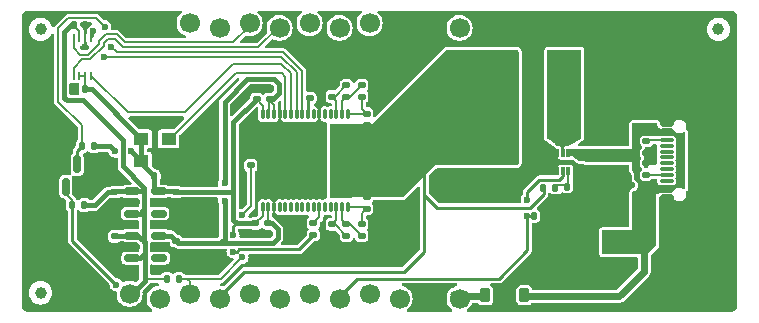
<source format=gtl>
G04 #@! TF.GenerationSoftware,KiCad,Pcbnew,8.0.1-8.0.1-1~ubuntu22.04.1*
G04 #@! TF.CreationDate,2024-09-21T08:51:10+02:00*
G04 #@! TF.ProjectId,NerdNOS,4e657264-4e4f-4532-9e6b-696361645f70,rev?*
G04 #@! TF.SameCoordinates,Original*
G04 #@! TF.FileFunction,Copper,L1,Top*
G04 #@! TF.FilePolarity,Positive*
%FSLAX46Y46*%
G04 Gerber Fmt 4.6, Leading zero omitted, Abs format (unit mm)*
G04 Created by KiCad (PCBNEW 8.0.1-8.0.1-1~ubuntu22.04.1) date 2024-09-21 08:51:10*
%MOMM*%
%LPD*%
G01*
G04 APERTURE LIST*
G04 Aperture macros list*
%AMRoundRect*
0 Rectangle with rounded corners*
0 $1 Rounding radius*
0 $2 $3 $4 $5 $6 $7 $8 $9 X,Y pos of 4 corners*
0 Add a 4 corners polygon primitive as box body*
4,1,4,$2,$3,$4,$5,$6,$7,$8,$9,$2,$3,0*
0 Add four circle primitives for the rounded corners*
1,1,$1+$1,$2,$3*
1,1,$1+$1,$4,$5*
1,1,$1+$1,$6,$7*
1,1,$1+$1,$8,$9*
0 Add four rect primitives between the rounded corners*
20,1,$1+$1,$2,$3,$4,$5,0*
20,1,$1+$1,$4,$5,$6,$7,0*
20,1,$1+$1,$6,$7,$8,$9,0*
20,1,$1+$1,$8,$9,$2,$3,0*%
G04 Aperture macros list end*
G04 #@! TA.AperFunction,ComponentPad*
%ADD10R,1.700000X1.700000*%
G04 #@! TD*
G04 #@! TA.AperFunction,ComponentPad*
%ADD11O,1.700000X1.700000*%
G04 #@! TD*
G04 #@! TA.AperFunction,SMDPad,CuDef*
%ADD12RoundRect,0.150000X-0.512500X-0.150000X0.512500X-0.150000X0.512500X0.150000X-0.512500X0.150000X0*%
G04 #@! TD*
G04 #@! TA.AperFunction,SMDPad,CuDef*
%ADD13RoundRect,0.135000X0.185000X-0.135000X0.185000X0.135000X-0.185000X0.135000X-0.185000X-0.135000X0*%
G04 #@! TD*
G04 #@! TA.AperFunction,SMDPad,CuDef*
%ADD14R,2.700000X7.500000*%
G04 #@! TD*
G04 #@! TA.AperFunction,SMDPad,CuDef*
%ADD15RoundRect,0.140000X0.170000X-0.140000X0.170000X0.140000X-0.170000X0.140000X-0.170000X-0.140000X0*%
G04 #@! TD*
G04 #@! TA.AperFunction,SMDPad,CuDef*
%ADD16RoundRect,0.140000X-0.170000X0.140000X-0.170000X-0.140000X0.170000X-0.140000X0.170000X0.140000X0*%
G04 #@! TD*
G04 #@! TA.AperFunction,SMDPad,CuDef*
%ADD17RoundRect,0.250000X-0.475000X0.250000X-0.475000X-0.250000X0.475000X-0.250000X0.475000X0.250000X0*%
G04 #@! TD*
G04 #@! TA.AperFunction,SMDPad,CuDef*
%ADD18RoundRect,0.140000X0.140000X0.170000X-0.140000X0.170000X-0.140000X-0.170000X0.140000X-0.170000X0*%
G04 #@! TD*
G04 #@! TA.AperFunction,SMDPad,CuDef*
%ADD19RoundRect,0.150000X0.150000X-0.587500X0.150000X0.587500X-0.150000X0.587500X-0.150000X-0.587500X0*%
G04 #@! TD*
G04 #@! TA.AperFunction,SMDPad,CuDef*
%ADD20RoundRect,0.135000X-0.185000X0.135000X-0.185000X-0.135000X0.185000X-0.135000X0.185000X0.135000X0*%
G04 #@! TD*
G04 #@! TA.AperFunction,SMDPad,CuDef*
%ADD21RoundRect,0.150000X0.425000X-0.150000X0.425000X0.150000X-0.425000X0.150000X-0.425000X-0.150000X0*%
G04 #@! TD*
G04 #@! TA.AperFunction,SMDPad,CuDef*
%ADD22RoundRect,0.075000X0.500000X-0.075000X0.500000X0.075000X-0.500000X0.075000X-0.500000X-0.075000X0*%
G04 #@! TD*
G04 #@! TA.AperFunction,ComponentPad*
%ADD23O,2.100000X1.000000*%
G04 #@! TD*
G04 #@! TA.AperFunction,ComponentPad*
%ADD24O,1.800000X1.000000*%
G04 #@! TD*
G04 #@! TA.AperFunction,SMDPad,CuDef*
%ADD25RoundRect,0.135000X0.135000X0.185000X-0.135000X0.185000X-0.135000X-0.185000X0.135000X-0.185000X0*%
G04 #@! TD*
G04 #@! TA.AperFunction,SMDPad,CuDef*
%ADD26R,1.300000X1.100000*%
G04 #@! TD*
G04 #@! TA.AperFunction,SMDPad,CuDef*
%ADD27RoundRect,0.250000X-1.100000X0.325000X-1.100000X-0.325000X1.100000X-0.325000X1.100000X0.325000X0*%
G04 #@! TD*
G04 #@! TA.AperFunction,SMDPad,CuDef*
%ADD28C,1.000000*%
G04 #@! TD*
G04 #@! TA.AperFunction,SMDPad,CuDef*
%ADD29RoundRect,0.225000X-0.225000X-0.375000X0.225000X-0.375000X0.225000X0.375000X-0.225000X0.375000X0*%
G04 #@! TD*
G04 #@! TA.AperFunction,SMDPad,CuDef*
%ADD30RoundRect,0.135000X-0.135000X-0.185000X0.135000X-0.185000X0.135000X0.185000X-0.135000X0.185000X0*%
G04 #@! TD*
G04 #@! TA.AperFunction,SMDPad,CuDef*
%ADD31RoundRect,0.135000X-0.000010X0.295000X-0.000010X-0.295000X0.000010X-0.295000X0.000010X0.295000X0*%
G04 #@! TD*
G04 #@! TA.AperFunction,SMDPad,CuDef*
%ADD32R,1.850000X6.300000*%
G04 #@! TD*
G04 #@! TA.AperFunction,SMDPad,CuDef*
%ADD33R,5.550000X6.300000*%
G04 #@! TD*
G04 #@! TA.AperFunction,SMDPad,CuDef*
%ADD34R,0.254000X0.762000*%
G04 #@! TD*
G04 #@! TA.AperFunction,SMDPad,CuDef*
%ADD35RoundRect,0.075000X-0.075000X0.275000X-0.075000X-0.275000X0.075000X-0.275000X0.075000X0.275000X0*%
G04 #@! TD*
G04 #@! TA.AperFunction,ComponentPad*
%ADD36C,1.700000*%
G04 #@! TD*
G04 #@! TA.AperFunction,ViaPad*
%ADD37C,0.600000*%
G04 #@! TD*
G04 #@! TA.AperFunction,Conductor*
%ADD38C,0.600000*%
G04 #@! TD*
G04 #@! TA.AperFunction,Conductor*
%ADD39C,0.400000*%
G04 #@! TD*
G04 #@! TA.AperFunction,Conductor*
%ADD40C,0.200000*%
G04 #@! TD*
G04 #@! TA.AperFunction,Conductor*
%ADD41C,0.254000*%
G04 #@! TD*
G04 APERTURE END LIST*
D10*
X130340000Y-73100000D03*
D11*
X127800000Y-73100000D03*
D12*
X89662500Y-72550001D03*
X89662500Y-73500000D03*
X89662500Y-74449999D03*
X91937500Y-74449999D03*
X91937500Y-72550001D03*
D13*
X133165000Y-65550000D03*
X133165000Y-64530000D03*
D14*
X126200000Y-60600000D03*
X120400000Y-60600000D03*
D15*
X100200000Y-60980000D03*
X100200000Y-60020000D03*
D16*
X109100000Y-59820000D03*
X109100000Y-60780000D03*
D17*
X121600000Y-65800000D03*
X121600000Y-67700000D03*
D18*
X85680000Y-54750400D03*
X84720000Y-54750400D03*
D19*
X84050000Y-68404999D03*
X85950000Y-68404999D03*
X85000000Y-66529999D03*
D16*
X106600000Y-59820000D03*
X106600000Y-60780000D03*
D20*
X133165000Y-66430000D03*
X133165000Y-67450000D03*
D16*
X88200000Y-72620000D03*
X88200000Y-73580000D03*
D20*
X105000000Y-71490001D03*
X105000000Y-72509999D03*
D21*
X134910000Y-69390000D03*
X134910000Y-68590000D03*
D22*
X134910000Y-67440000D03*
X134910000Y-66440000D03*
X134910000Y-65940000D03*
X134910000Y-64940000D03*
D21*
X134910000Y-62990000D03*
X134910000Y-63790000D03*
D22*
X134910000Y-64440000D03*
X134910000Y-65440000D03*
X134910000Y-66940000D03*
X134910000Y-67940000D03*
D23*
X135485000Y-70510000D03*
D24*
X139665000Y-70510000D03*
D23*
X135485000Y-61870000D03*
D24*
X139665000Y-61870000D03*
D16*
X106600000Y-71600000D03*
X106600000Y-72560000D03*
X100100000Y-71520000D03*
X100100000Y-72480000D03*
X107800000Y-71600000D03*
X107800000Y-72560000D03*
D25*
X93610000Y-76200000D03*
X92590000Y-76200000D03*
D16*
X107800000Y-59820000D03*
X107800000Y-60780000D03*
D17*
X131200000Y-65750000D03*
X131200000Y-67650000D03*
D26*
X90445000Y-66265000D03*
X92745000Y-66265000D03*
X92745000Y-64365000D03*
X90445000Y-64365000D03*
D17*
X129200000Y-65750000D03*
X129200000Y-67650000D03*
X119500000Y-65800000D03*
X119500000Y-67700000D03*
D18*
X92495000Y-67515000D03*
X91535000Y-67515000D03*
D27*
X116700000Y-64825000D03*
X116700000Y-67775000D03*
D16*
X93362500Y-68870001D03*
X93362500Y-69830001D03*
D28*
X139300000Y-55100000D03*
D18*
X85680000Y-60150400D03*
X84720000Y-60150400D03*
D29*
X119550000Y-77600000D03*
X122850000Y-77600000D03*
D15*
X101300000Y-60980000D03*
X101300000Y-60020000D03*
D30*
X85390000Y-65000000D03*
X86410000Y-65000000D03*
D25*
X125500000Y-68500000D03*
X124480000Y-68500000D03*
D31*
X107900000Y-62265400D03*
X107420000Y-62265400D03*
X106940000Y-62265400D03*
X106460000Y-62265400D03*
X105980000Y-62265400D03*
X105500000Y-62265400D03*
X105020000Y-62265400D03*
X104540000Y-62265400D03*
X104060000Y-62265400D03*
X103580000Y-62265400D03*
X103100000Y-62265400D03*
X102620000Y-62265400D03*
X102140000Y-62265400D03*
X101660000Y-62265400D03*
X101180000Y-62265400D03*
X100700000Y-62265400D03*
X100700000Y-70134600D03*
X101180000Y-70134600D03*
X101660000Y-70134600D03*
X102140000Y-70134600D03*
X102620000Y-70134600D03*
X103100000Y-70134600D03*
X103580000Y-70134600D03*
X104060000Y-70134600D03*
X104540000Y-70134600D03*
X105020000Y-70134600D03*
X105500000Y-70134600D03*
X105980000Y-70134600D03*
X106460000Y-70134600D03*
X106940000Y-70134600D03*
X107420000Y-70134600D03*
X107900000Y-70134600D03*
D32*
X107300000Y-66200000D03*
D33*
X103100000Y-66200000D03*
D34*
X86200252Y-55850400D03*
X85700126Y-55850400D03*
X85200000Y-55850400D03*
X84699874Y-55850400D03*
X84699874Y-59000000D03*
X85200000Y-59000000D03*
X85700126Y-59000000D03*
X86200252Y-59000000D03*
D16*
X88162500Y-68870001D03*
X88162500Y-69830001D03*
X93400000Y-73020000D03*
X93400000Y-73980000D03*
X109100000Y-71600000D03*
X109100000Y-72560000D03*
D28*
X81900000Y-77400000D03*
D20*
X104700000Y-59890000D03*
X104700000Y-60910000D03*
D16*
X109500000Y-69320000D03*
X109500000Y-70280000D03*
D20*
X99700000Y-65590000D03*
X99700000Y-66610000D03*
D12*
X89625000Y-68800002D03*
X89625000Y-69750001D03*
X89625000Y-70700000D03*
X91900000Y-70700000D03*
X91900000Y-68800002D03*
D25*
X127510000Y-68400000D03*
X126490000Y-68400000D03*
D16*
X109500000Y-62220000D03*
X109500000Y-63180000D03*
X101200000Y-71520000D03*
X101200000Y-72480000D03*
D35*
X126600000Y-65550000D03*
X126100000Y-65550000D03*
X125600000Y-65550000D03*
X125600000Y-67050000D03*
X126100000Y-67050000D03*
X126600000Y-67050000D03*
D28*
X81900000Y-55100000D03*
D16*
X127700000Y-65820000D03*
X127700000Y-66780000D03*
D25*
X85610000Y-69967499D03*
X84590000Y-69967499D03*
D30*
X123680000Y-70880000D03*
X124700000Y-70880000D03*
D36*
X89440000Y-77490000D03*
X91980000Y-77890000D03*
X94520000Y-77490000D03*
X97060000Y-77890000D03*
X99600000Y-77490000D03*
X102140000Y-77890000D03*
X104680000Y-77490000D03*
X107220000Y-77890000D03*
X109760000Y-77490000D03*
X112300000Y-77890000D03*
X114840000Y-77490000D03*
X117380000Y-77890000D03*
X117380000Y-54970000D03*
X114840000Y-54570000D03*
X112300000Y-54970000D03*
X109760000Y-54570000D03*
X107220000Y-54970000D03*
X104680000Y-54570000D03*
X102140000Y-54970000D03*
X99600000Y-54570000D03*
X97060000Y-54970000D03*
X94520000Y-54570000D03*
X91980000Y-54970000D03*
X89440000Y-54570000D03*
D37*
X89600000Y-65400000D03*
X98200000Y-73900000D03*
X88200000Y-65400000D03*
X98200000Y-72500000D03*
X124300000Y-67200000D03*
X131300000Y-68300000D03*
X125600000Y-66300000D03*
X99400000Y-65100000D03*
X104050000Y-65700000D03*
X101050000Y-64700000D03*
X88837500Y-73500000D03*
X105050000Y-66700000D03*
X88700000Y-69750001D03*
X127200000Y-67800000D03*
X125000000Y-65800000D03*
X122900000Y-65100000D03*
X104050000Y-64700000D03*
X105050000Y-63700000D03*
X124300000Y-65100000D03*
X101050000Y-68700000D03*
X122900000Y-65800000D03*
X104800000Y-59300000D03*
X102050000Y-66700000D03*
X103050000Y-63700000D03*
X121250000Y-68450000D03*
X103050000Y-68700000D03*
X103050000Y-64700000D03*
X105050000Y-68700000D03*
X123600000Y-65100000D03*
X106600000Y-59300008D03*
X104050000Y-63700000D03*
X104050000Y-66700000D03*
X101050000Y-65700000D03*
X127700000Y-67300000D03*
X93337500Y-74450001D03*
X85703276Y-56567732D03*
X101050000Y-63700000D03*
X122000000Y-68450000D03*
X128500000Y-68300000D03*
X119000000Y-68450000D03*
X102050000Y-64700000D03*
X92150604Y-66912971D03*
X100800000Y-60020000D03*
X125150000Y-70850000D03*
X130600000Y-68300000D03*
X118200000Y-68500000D03*
X103050000Y-66700000D03*
X105050000Y-67700000D03*
X133800000Y-66290000D03*
X125000000Y-65100000D03*
X125000000Y-67200000D03*
X105050000Y-64700000D03*
X100700000Y-72480000D03*
X102050000Y-68700000D03*
X120500000Y-68450000D03*
X116700000Y-68500000D03*
X92295000Y-65515000D03*
X117450000Y-68500000D03*
X101050000Y-67700000D03*
X119750000Y-68450000D03*
X104050000Y-68700000D03*
X103050000Y-67700000D03*
X104050000Y-67700000D03*
X129200000Y-68300000D03*
X84650000Y-60164644D03*
X106600000Y-73100000D03*
X115900000Y-68500000D03*
X102050000Y-67700000D03*
X105050000Y-65700000D03*
X133800000Y-65390000D03*
X129900000Y-68300000D03*
X124300000Y-65800000D03*
X132000000Y-68300000D03*
X102050000Y-63700000D03*
X123600000Y-65800000D03*
X101050000Y-66700000D03*
X102050000Y-65700000D03*
X103050000Y-65700000D03*
X93400000Y-70400002D03*
X86500000Y-68029999D03*
X97500000Y-68100000D03*
X97500000Y-69600000D03*
X123100000Y-69499996D03*
X123100000Y-70854000D03*
X87900000Y-56550000D03*
X87327674Y-54864687D03*
X98966669Y-74400000D03*
X98966669Y-70820000D03*
X86371817Y-55246412D03*
X87300000Y-57432774D03*
X88300000Y-76700000D03*
D38*
X133000000Y-70037500D02*
X133000000Y-72600000D01*
X133000000Y-72600000D02*
X133000000Y-75600000D01*
X132500000Y-73100000D02*
X133000000Y-72600000D01*
X130340000Y-73100000D02*
X132500000Y-73100000D01*
D39*
X86230400Y-60150400D02*
X85680000Y-60150400D01*
X90445000Y-66425000D02*
X91535000Y-67515000D01*
D40*
X85700126Y-60130274D02*
X85680000Y-60150400D01*
D39*
X98200000Y-69000000D02*
X98070001Y-68870001D01*
X90445000Y-64365000D02*
X90445000Y-65400000D01*
X98070001Y-68870001D02*
X93362500Y-68870001D01*
X98216669Y-62963331D02*
X98216669Y-71216669D01*
D41*
X103786999Y-73723000D02*
X98686246Y-73723000D01*
X98200000Y-71800000D02*
X98480000Y-71520000D01*
D39*
X87800000Y-65000000D02*
X88200000Y-65400000D01*
X89600000Y-65400000D02*
X89600000Y-65420000D01*
D40*
X85700126Y-59000000D02*
X85700126Y-60130274D01*
D39*
X100200000Y-60980000D02*
X98216669Y-62963331D01*
X90445000Y-65400000D02*
X90445000Y-66265000D01*
D41*
X98686246Y-73723000D02*
X98509246Y-73900000D01*
D40*
X100100000Y-71520000D02*
X100700000Y-70920000D01*
D41*
X98509246Y-73900000D02*
X98200000Y-73900000D01*
D39*
X91900000Y-68800002D02*
X91535000Y-68435002D01*
X91900000Y-68800002D02*
X93292501Y-68800002D01*
D40*
X100700000Y-62265400D02*
X100700000Y-61470000D01*
D41*
X105000000Y-72509999D02*
X103786999Y-73723000D01*
D39*
X90445000Y-66265000D02*
X90445000Y-66425000D01*
X99126008Y-71520000D02*
X100100000Y-71520000D01*
X86700000Y-65000000D02*
X87800000Y-65000000D01*
D41*
X98480000Y-71520000D02*
X99126008Y-71520000D01*
D40*
X100700000Y-70920000D02*
X100700000Y-70134600D01*
D39*
X98520000Y-71520000D02*
X99126008Y-71520000D01*
X90445000Y-64365000D02*
X86230400Y-60150400D01*
D40*
X85700126Y-59000000D02*
X85200000Y-59000000D01*
D39*
X91535000Y-68435002D02*
X91535000Y-67515000D01*
D40*
X100690000Y-61470000D02*
X100200000Y-60980000D01*
D39*
X98216669Y-71216669D02*
X98520000Y-71520000D01*
X86410000Y-65000000D02*
X86700000Y-65000000D01*
X89600000Y-65420000D02*
X90445000Y-66265000D01*
D41*
X98200000Y-72500000D02*
X98200000Y-71800000D01*
D40*
X100700000Y-61470000D02*
X100690000Y-61470000D01*
D39*
X93292501Y-68800002D02*
X93362500Y-68870001D01*
D40*
X99400000Y-65290000D02*
X99400000Y-65100000D01*
D38*
X129200000Y-67650000D02*
X131200000Y-67650000D01*
D39*
X89625000Y-69750001D02*
X88242500Y-69750001D01*
D40*
X133800000Y-65390000D02*
X133325000Y-65390000D01*
D38*
X119500000Y-67700000D02*
X119500000Y-68200000D01*
X121600000Y-68100000D02*
X121250000Y-68450000D01*
D40*
X134910000Y-69390000D02*
X134910000Y-69935000D01*
D39*
X126888248Y-66300000D02*
X125600000Y-66300000D01*
D40*
X92150604Y-67170604D02*
X92495000Y-67515000D01*
X127510000Y-68110000D02*
X127200000Y-67800000D01*
X102050000Y-67450000D02*
X102050000Y-67250000D01*
X125600000Y-67050000D02*
X125600000Y-65550000D01*
X85950000Y-68404999D02*
X86325000Y-68029999D01*
X106600000Y-59820000D02*
X106600000Y-59300008D01*
X101660000Y-68840000D02*
X102050000Y-68450000D01*
X103050000Y-66250000D02*
X103100000Y-66200000D01*
X101660000Y-70134600D02*
X101660000Y-69090000D01*
X102050000Y-68450000D02*
X101660000Y-68060000D01*
D38*
X121600000Y-67700000D02*
X120500000Y-67700000D01*
X121600000Y-67700000D02*
X122100000Y-67200000D01*
X123820000Y-66480000D02*
X124100000Y-66480000D01*
D40*
X105500000Y-62265400D02*
X105500000Y-63250000D01*
D39*
X93400000Y-73980000D02*
X93400000Y-74387501D01*
D40*
X86325000Y-68029999D02*
X86500000Y-68029999D01*
D38*
X122000000Y-68100000D02*
X121600000Y-67700000D01*
X122000000Y-68450000D02*
X122100000Y-68450000D01*
X123100000Y-67200000D02*
X123820000Y-66480000D01*
D40*
X133800000Y-66290000D02*
X133660000Y-66430000D01*
X92150604Y-66912971D02*
X92150604Y-67170604D01*
X134910000Y-62990000D02*
X134910000Y-62445000D01*
X102850000Y-66450000D02*
X103050000Y-66450000D01*
D38*
X128250000Y-67650000D02*
X129200000Y-67650000D01*
X121600000Y-67700000D02*
X121600000Y-68100000D01*
D40*
X106600000Y-72560000D02*
X106600000Y-73100000D01*
X102140000Y-63610000D02*
X102050000Y-63700000D01*
D38*
X127700000Y-67100000D02*
X128250000Y-67650000D01*
D40*
X101300000Y-60020000D02*
X100200000Y-60020000D01*
D39*
X93362500Y-70362502D02*
X93400000Y-70400002D01*
X88242500Y-69750001D02*
X88162500Y-69830001D01*
D40*
X102140000Y-62265400D02*
X102140000Y-63610000D01*
X105500000Y-63250000D02*
X105050000Y-63700000D01*
D38*
X119500000Y-67950000D02*
X119000000Y-68450000D01*
X119500000Y-68200000D02*
X119750000Y-68450000D01*
X116925000Y-67700000D02*
X116700000Y-67475000D01*
D39*
X127700000Y-66780000D02*
X127368248Y-66780000D01*
D40*
X92295000Y-65515000D02*
X92295000Y-65595000D01*
D39*
X127368248Y-66780000D02*
X126888248Y-66300000D01*
D38*
X119500000Y-67700000D02*
X119500000Y-67950000D01*
D40*
X101850000Y-67450000D02*
X102050000Y-67450000D01*
X125120000Y-70880000D02*
X125150000Y-70850000D01*
D38*
X120500000Y-67700000D02*
X119500000Y-67700000D01*
D40*
X133660000Y-66430000D02*
X133165000Y-66430000D01*
X99700000Y-65590000D02*
X99400000Y-65290000D01*
X101660000Y-69090000D02*
X102050000Y-68700000D01*
X101660000Y-68060000D02*
X101660000Y-67640000D01*
X124700000Y-70880000D02*
X125120000Y-70880000D01*
D38*
X127700000Y-66780000D02*
X127700000Y-67100000D01*
D40*
X102050000Y-67250000D02*
X102850000Y-66450000D01*
X100100000Y-72480000D02*
X101200000Y-72480000D01*
D39*
X93362500Y-69830001D02*
X93362500Y-70362502D01*
D40*
X103050000Y-66450000D02*
X103050000Y-66250000D01*
X101660000Y-67640000D02*
X101850000Y-67450000D01*
X134910000Y-69935000D02*
X135485000Y-70510000D01*
D38*
X119500000Y-67700000D02*
X116925000Y-67700000D01*
D39*
X88280000Y-73500000D02*
X88200000Y-73580000D01*
D41*
X104700000Y-59400000D02*
X104800000Y-59300000D01*
D38*
X125420000Y-66480000D02*
X125600000Y-66300000D01*
X120500000Y-67700000D02*
X120500000Y-68450000D01*
X124100000Y-66480000D02*
X125420000Y-66480000D01*
X122100000Y-67200000D02*
X123100000Y-67200000D01*
D40*
X84720000Y-60150400D02*
X84664244Y-60150400D01*
D41*
X104700000Y-59890000D02*
X104700000Y-59400000D01*
D38*
X122000000Y-68450000D02*
X122000000Y-68100000D01*
D40*
X127510000Y-68300000D02*
X127510000Y-68110000D01*
X134910000Y-62445000D02*
X135485000Y-61870000D01*
X92705000Y-66005000D02*
X93295000Y-66005000D01*
D39*
X89662500Y-73500000D02*
X88280000Y-73500000D01*
D40*
X92295000Y-65595000D02*
X92705000Y-66005000D01*
X85700126Y-56564582D02*
X85703276Y-56567732D01*
X85700126Y-55850400D02*
X85700126Y-54770526D01*
X85700126Y-55850400D02*
X85700126Y-56564582D01*
X85700126Y-54770526D02*
X85680000Y-54750400D01*
X84664244Y-60150400D02*
X84650000Y-60164644D01*
D39*
X93400000Y-74387501D02*
X93337500Y-74450001D01*
D40*
X106940000Y-61120000D02*
X106600000Y-60780000D01*
X106940000Y-62265400D02*
X106940000Y-61120000D01*
X106600000Y-60780000D02*
X106840000Y-60780000D01*
X106840000Y-60780000D02*
X107800000Y-59820000D01*
X107420000Y-61160000D02*
X107800000Y-60780000D01*
X107420000Y-62265400D02*
X107420000Y-61160000D01*
X108140000Y-60780000D02*
X109100000Y-59820000D01*
X107800000Y-60780000D02*
X108140000Y-60780000D01*
D39*
X93580000Y-73200000D02*
X93400000Y-73020000D01*
X97500000Y-61200000D02*
X97500000Y-68100000D01*
X101200000Y-71520000D02*
X101509999Y-71520000D01*
X91937500Y-72550001D02*
X92930001Y-72550001D01*
X102000000Y-72757556D02*
X101561556Y-73196000D01*
D40*
X101351471Y-61180000D02*
X101660000Y-61488529D01*
X101219264Y-62226136D02*
X101219264Y-61140736D01*
D39*
X102000000Y-72010001D02*
X102000000Y-72757556D01*
X101609999Y-60980000D02*
X102100000Y-60489999D01*
D40*
X101219264Y-61140736D02*
X101258528Y-61180000D01*
D39*
X101300000Y-60980000D02*
X101609999Y-60980000D01*
D40*
X101180000Y-71080000D02*
X101180000Y-70134600D01*
D39*
X102100000Y-60489999D02*
X102100000Y-59742444D01*
X92930001Y-72550001D02*
X93400000Y-73020000D01*
D40*
X101660000Y-61488529D02*
X101660000Y-62265400D01*
D39*
X101561556Y-73196000D02*
X98467956Y-73196000D01*
X97500000Y-72800000D02*
X97500000Y-69600000D01*
X101657556Y-59300000D02*
X99400000Y-59300000D01*
X98467956Y-73196000D02*
X98463955Y-73200000D01*
D40*
X101258528Y-61180000D02*
X101351471Y-61180000D01*
X101180000Y-71240000D02*
X101180000Y-71080000D01*
D39*
X102100000Y-59742444D02*
X101657556Y-59300000D01*
X101509999Y-71520000D02*
X102000000Y-72010001D01*
X99400000Y-59300000D02*
X97500000Y-61200000D01*
X97100000Y-73200000D02*
X97500000Y-72800000D01*
D40*
X101180000Y-62265400D02*
X101219264Y-62226136D01*
D39*
X98463955Y-73200000D02*
X93580000Y-73200000D01*
D40*
X109100000Y-61820000D02*
X109500000Y-62220000D01*
X109454600Y-62265400D02*
X109500000Y-62220000D01*
X107900000Y-62265400D02*
X109454600Y-62265400D01*
X109100000Y-60780000D02*
X109100000Y-61820000D01*
D41*
X114400000Y-69100000D02*
X114400000Y-73900000D01*
X123380423Y-70177000D02*
X115477000Y-70177000D01*
X124490000Y-69067423D02*
X123380423Y-70177000D01*
X112700000Y-75600000D02*
X99150000Y-75600000D01*
X115477000Y-70177000D02*
X114400000Y-69100000D01*
X116700000Y-64825000D02*
X114400000Y-67125000D01*
X124490000Y-68400000D02*
X124490000Y-69067423D01*
X114400000Y-73900000D02*
X112700000Y-75600000D01*
X114400000Y-67125000D02*
X114400000Y-69100000D01*
X99150000Y-75600000D02*
X97060000Y-77690000D01*
D40*
X109100000Y-71600000D02*
X109100000Y-70680000D01*
X109354600Y-70134600D02*
X109500000Y-70280000D01*
X109100000Y-70680000D02*
X109500000Y-70280000D01*
X107900000Y-70134600D02*
X109354600Y-70134600D01*
X107800000Y-71600000D02*
X108140000Y-71600000D01*
X108140000Y-71600000D02*
X109100000Y-72560000D01*
X107420000Y-71220000D02*
X107800000Y-71600000D01*
X107420000Y-70134600D02*
X107420000Y-71220000D01*
X106840000Y-71600000D02*
X107800000Y-72560000D01*
X106940000Y-71260000D02*
X106600000Y-71600000D01*
X106940000Y-70134600D02*
X106940000Y-71260000D01*
X106600000Y-71600000D02*
X106840000Y-71600000D01*
D39*
X88269999Y-72550001D02*
X88200000Y-72620000D01*
X89625000Y-68800002D02*
X88232499Y-68800002D01*
X86500000Y-70000000D02*
X86200000Y-70000000D01*
X83900000Y-60889950D02*
X83900000Y-55290401D01*
X88232499Y-68800002D02*
X88162500Y-68870001D01*
X84440001Y-54750400D02*
X84720000Y-54750400D01*
D40*
X85200000Y-55230400D02*
X84720000Y-54750400D01*
D39*
X88900000Y-66700002D02*
X88900000Y-64500000D01*
X83900000Y-55290401D02*
X84440001Y-54750400D01*
X90687500Y-68512502D02*
X90700000Y-68500002D01*
X90725000Y-74049998D02*
X90725000Y-73118026D01*
X90550000Y-76580000D02*
X89440000Y-77690000D01*
X90687500Y-70299999D02*
X90687500Y-68512502D01*
X90400000Y-68800002D02*
X89625000Y-68800002D01*
X89662500Y-74449999D02*
X90324999Y-74449999D01*
X90725000Y-76405000D02*
X89440000Y-77690000D01*
X90287499Y-70700000D02*
X90687500Y-70299999D01*
X90687500Y-73080526D02*
X90725000Y-73118026D01*
X90324999Y-74449999D02*
X90725000Y-74049998D01*
X86167499Y-69967499D02*
X85610000Y-69967499D01*
X86200000Y-70000000D02*
X86167499Y-69967499D01*
X87629999Y-68870001D02*
X86500000Y-70000000D01*
X90725000Y-73118026D02*
X90156975Y-72550001D01*
X85500000Y-61100000D02*
X84110050Y-61100000D01*
X90700000Y-68500002D02*
X88900000Y-66700002D01*
X90156975Y-72550001D02*
X89662500Y-72550001D01*
X88900000Y-64500000D02*
X85500000Y-61100000D01*
X88162500Y-68870001D02*
X87629999Y-68870001D01*
X90725000Y-74049998D02*
X90725000Y-76405000D01*
X84110050Y-61100000D02*
X83900000Y-60889950D01*
X89625000Y-70700000D02*
X90287499Y-70700000D01*
X90700000Y-68500002D02*
X90400000Y-68800002D01*
X90687500Y-70299999D02*
X90687500Y-73080526D01*
D40*
X85200000Y-55850400D02*
X85200000Y-55230400D01*
X92590000Y-76200000D02*
X90850000Y-76200000D01*
D39*
X89662500Y-72550001D02*
X88269999Y-72550001D01*
D41*
X107220000Y-77690000D02*
X108710000Y-76200000D01*
X124141076Y-67840000D02*
X123100000Y-68881076D01*
X126100000Y-67050000D02*
X126100000Y-67540000D01*
X123100000Y-70854000D02*
X123654000Y-70854000D01*
X123100000Y-73800000D02*
X123100000Y-70854000D01*
X123654000Y-70854000D02*
X123680000Y-70880000D01*
X120700000Y-76200000D02*
X123100000Y-73800000D01*
X125800000Y-67840000D02*
X124141076Y-67840000D01*
X126100000Y-67540000D02*
X125800000Y-67840000D01*
X123100000Y-68881076D02*
X123100000Y-69499996D01*
X108710000Y-76200000D02*
X120700000Y-76200000D01*
D40*
X105500000Y-70990001D02*
X105500000Y-70045000D01*
X105000000Y-71490001D02*
X105500000Y-70990001D01*
X83400000Y-55000000D02*
X84259600Y-54140400D01*
X85400000Y-64967499D02*
X85400000Y-63200000D01*
X104060000Y-58655837D02*
X102404163Y-57000000D01*
X86603387Y-54140400D02*
X87327674Y-54864687D01*
X83400000Y-61200000D02*
X83400000Y-55000000D01*
X85400000Y-63200000D02*
X83400000Y-61200000D01*
X104060000Y-62265400D02*
X104060000Y-58655837D01*
X84259600Y-54140400D02*
X86603387Y-54140400D01*
X102404163Y-57000000D02*
X88350000Y-57000000D01*
X88350000Y-57000000D02*
X87900000Y-56550000D01*
D41*
X85000000Y-66529999D02*
X85000000Y-65367499D01*
X85000000Y-65367499D02*
X85400000Y-64967499D01*
D40*
X102307106Y-58800000D02*
X98410000Y-58800000D01*
X98410000Y-58800000D02*
X92845000Y-64365000D01*
X102620000Y-59112894D02*
X102307106Y-58800000D01*
X92845000Y-64365000D02*
X92745000Y-64365000D01*
X102620000Y-62265400D02*
X102620000Y-59112894D01*
X99700000Y-70086669D02*
X99700000Y-66610000D01*
X98966669Y-70820000D02*
X99700000Y-70086669D01*
X94520000Y-76420000D02*
X94300000Y-76200000D01*
X97166669Y-76200000D02*
X98966669Y-74400000D01*
X94300000Y-76200000D02*
X93610000Y-76200000D01*
X93610000Y-76200000D02*
X97166669Y-76200000D01*
X94520000Y-77690000D02*
X94520000Y-76420000D01*
X133175000Y-67440000D02*
X134910000Y-67440000D01*
X133175000Y-64440000D02*
X134910000Y-64440000D01*
X102271250Y-57432774D02*
X87300000Y-57432774D01*
X103580000Y-58741524D02*
X102271250Y-57432774D01*
X86371817Y-55246412D02*
X86371817Y-55678835D01*
X103580000Y-62265400D02*
X103580000Y-58741524D01*
X86371817Y-55678835D02*
X86200252Y-55850400D01*
X102272791Y-58000000D02*
X98200000Y-58000000D01*
X94100000Y-62100000D02*
X89300252Y-62100000D01*
X103100000Y-58827210D02*
X102272791Y-58000000D01*
X98200000Y-58000000D02*
X94100000Y-62100000D01*
X103100000Y-62265400D02*
X103100000Y-58827210D01*
X89300252Y-62100000D02*
X86200252Y-59000000D01*
D41*
X104540000Y-61070000D02*
X104700000Y-60910000D01*
X104540000Y-62265400D02*
X104540000Y-61070000D01*
D40*
X84050000Y-68504999D02*
X84050000Y-69017499D01*
D41*
X84590000Y-72990000D02*
X84590000Y-69967499D01*
D40*
X84050000Y-69017499D02*
X84500000Y-69467499D01*
D41*
X84590000Y-72990000D02*
X88300000Y-76700000D01*
D40*
X84590000Y-69967499D02*
X84590000Y-69557499D01*
X84590000Y-69557499D02*
X84500000Y-69467499D01*
X125510000Y-68300000D02*
X126590000Y-68300000D01*
X126600000Y-67050000D02*
X126600000Y-68290000D01*
X126590000Y-68300000D02*
X126600000Y-68290000D01*
X84699874Y-58375389D02*
X84699874Y-59000000D01*
X100310000Y-56600000D02*
X88869239Y-56600000D01*
X87250000Y-56280761D02*
X87250000Y-56472281D01*
X88869239Y-56600000D02*
X88169239Y-55900000D01*
X87630761Y-55900000D02*
X87250000Y-56280761D01*
X85450063Y-57625200D02*
X84699874Y-58375389D01*
X102140000Y-54770000D02*
X100310000Y-56600000D01*
X88169239Y-55900000D02*
X87630761Y-55900000D01*
X86097081Y-57625200D02*
X85450063Y-57625200D01*
X87250000Y-56472281D02*
X86097081Y-57625200D01*
X85284378Y-57225200D02*
X84699874Y-56640696D01*
X86850000Y-56306596D02*
X85931396Y-57225200D01*
X86850000Y-56115076D02*
X86850000Y-56306596D01*
X99600000Y-54770000D02*
X98170000Y-56200000D01*
X88334924Y-55500000D02*
X87465075Y-55500000D01*
X85931396Y-57225200D02*
X85284378Y-57225200D01*
X89034924Y-56200000D02*
X88334924Y-55500000D01*
X87465075Y-55500000D02*
X86850000Y-56115076D01*
X98170000Y-56200000D02*
X89034924Y-56200000D01*
X84699874Y-56640696D02*
X84699874Y-55850400D01*
D38*
X133015000Y-70022500D02*
X133000000Y-70037500D01*
D39*
X127256776Y-65820000D02*
X126986776Y-65550000D01*
D38*
X133000000Y-75600000D02*
X130900000Y-77700000D01*
X129200000Y-65750000D02*
X131200000Y-65750000D01*
D39*
X127700000Y-65820000D02*
X127256776Y-65820000D01*
D38*
X133015000Y-68590000D02*
X133015000Y-70022500D01*
X134910000Y-63790000D02*
X134211606Y-63790000D01*
X129130000Y-65820000D02*
X129200000Y-65750000D01*
X134910000Y-68590000D02*
X133015000Y-68590000D01*
X130900000Y-77700000D02*
X122950000Y-77700000D01*
X127700000Y-65820000D02*
X129130000Y-65820000D01*
X122950000Y-77700000D02*
X122850000Y-77600000D01*
X134181606Y-63760000D02*
X132545000Y-63760000D01*
X134910000Y-68590000D02*
X135237563Y-68590000D01*
D39*
X126986776Y-65550000D02*
X126670000Y-65550000D01*
D38*
X134211606Y-63790000D02*
X134181606Y-63760000D01*
D40*
X116690000Y-77500000D02*
X116890000Y-77300000D01*
D38*
X119150000Y-77700000D02*
X117570000Y-77700000D01*
X117560000Y-77510000D02*
X117380000Y-77690000D01*
X117570000Y-77700000D02*
X117380000Y-77890000D01*
G04 #@! TA.AperFunction,Conductor*
G36*
X132000000Y-66300000D02*
G01*
X128092632Y-66300000D01*
X128036338Y-66286485D01*
X127992175Y-66263983D01*
X127992174Y-66263982D01*
X127992171Y-66263981D01*
X127900735Y-66249500D01*
X127863441Y-66249500D01*
X127831348Y-66245275D01*
X127807105Y-66238779D01*
X127772475Y-66229500D01*
X127627525Y-66229500D01*
X127627521Y-66229500D01*
X127568647Y-66245275D01*
X127536556Y-66249500D01*
X127526213Y-66249500D01*
X127459174Y-66229815D01*
X127438532Y-66213181D01*
X127164864Y-65939513D01*
X127164862Y-65939511D01*
X127109208Y-65907379D01*
X127062136Y-65880201D01*
X127050028Y-65876957D01*
X127037921Y-65873713D01*
X127037918Y-65873712D01*
X126984840Y-65859490D01*
X126947557Y-65849500D01*
X126947556Y-65849500D01*
X126624500Y-65849500D01*
X126557461Y-65829815D01*
X126511706Y-65777011D01*
X126500500Y-65725500D01*
X126500499Y-65324000D01*
X126520183Y-65256961D01*
X126572987Y-65211206D01*
X126624499Y-65200000D01*
X132000000Y-65200000D01*
X132000000Y-66300000D01*
G37*
G04 #@! TD.AperFunction*
G04 #@! TA.AperFunction,Conductor*
G36*
X122161980Y-56802383D02*
G01*
X122221480Y-56814218D01*
X122266175Y-56832730D01*
X122306272Y-56859522D01*
X122340477Y-56893727D01*
X122367267Y-56933822D01*
X122385781Y-56978517D01*
X122397617Y-57038022D01*
X122400000Y-57062210D01*
X122400000Y-65051854D01*
X122398738Y-65069500D01*
X122394353Y-65099999D01*
X122398738Y-65130498D01*
X122400000Y-65148145D01*
X122400000Y-65751854D01*
X122398738Y-65769500D01*
X122394353Y-65799999D01*
X122398738Y-65830498D01*
X122400000Y-65848145D01*
X122400000Y-66337789D01*
X122397617Y-66361982D01*
X122385781Y-66421482D01*
X122367267Y-66466179D01*
X122340481Y-66506268D01*
X122306269Y-66540479D01*
X122271975Y-66563394D01*
X122266179Y-66567267D01*
X122221482Y-66585781D01*
X122187857Y-66592469D01*
X122161978Y-66597617D01*
X122137789Y-66600000D01*
X115300000Y-66600000D01*
X115226780Y-66673219D01*
X115226774Y-66673224D01*
X115226773Y-66673225D01*
X112681858Y-69218141D01*
X112663067Y-69233562D01*
X112612625Y-69267266D01*
X112567928Y-69285781D01*
X112533777Y-69292574D01*
X112508425Y-69297617D01*
X112484236Y-69300000D01*
X110000000Y-69300000D01*
X106652628Y-69300000D01*
X106628412Y-69297612D01*
X106619656Y-69295868D01*
X106568854Y-69285752D01*
X106524119Y-69267201D01*
X106484006Y-69240364D01*
X106449786Y-69206089D01*
X106423012Y-69165931D01*
X106404535Y-69121168D01*
X106392771Y-69061585D01*
X106390423Y-69037381D01*
X106394355Y-66600000D01*
X106399577Y-63361792D01*
X106401994Y-63337634D01*
X106413901Y-63278211D01*
X106432449Y-63233581D01*
X106459256Y-63193549D01*
X106493456Y-63159405D01*
X106533527Y-63132666D01*
X106578179Y-63114191D01*
X106637637Y-63102376D01*
X106661797Y-63100000D01*
X109896449Y-63100000D01*
X110000000Y-63100000D01*
X116218146Y-56881853D01*
X116236927Y-56866440D01*
X116287376Y-56832732D01*
X116332071Y-56814218D01*
X116391573Y-56802383D01*
X116415764Y-56800000D01*
X122137789Y-56800000D01*
X122161980Y-56802383D01*
G37*
G04 #@! TD.AperFunction*
G04 #@! TA.AperFunction,Conductor*
G36*
X134077539Y-63019685D02*
G01*
X134123294Y-63072489D01*
X134134500Y-63124000D01*
X134134500Y-63173260D01*
X134144426Y-63241391D01*
X134195803Y-63346485D01*
X134278514Y-63429196D01*
X134278515Y-63429196D01*
X134278517Y-63429198D01*
X134383607Y-63480573D01*
X134417673Y-63485536D01*
X134451739Y-63490500D01*
X135358863Y-63490500D01*
X135425902Y-63510185D01*
X135466250Y-63552500D01*
X135524482Y-63653361D01*
X135524484Y-63653363D01*
X135524485Y-63653365D01*
X135631635Y-63760515D01*
X135762865Y-63836281D01*
X135909234Y-63875500D01*
X135909236Y-63875500D01*
X136060764Y-63875500D01*
X136060766Y-63875500D01*
X136207135Y-63836281D01*
X136314001Y-63774581D01*
X136381899Y-63758109D01*
X136447926Y-63780961D01*
X136491117Y-63835882D01*
X136500000Y-63881969D01*
X136500000Y-68498030D01*
X136480315Y-68565069D01*
X136427511Y-68610824D01*
X136358353Y-68620768D01*
X136314000Y-68605417D01*
X136207138Y-68543720D01*
X136207135Y-68543719D01*
X136060766Y-68504500D01*
X135909234Y-68504500D01*
X135762863Y-68543719D01*
X135631635Y-68619485D01*
X135631632Y-68619487D01*
X135524487Y-68726632D01*
X135524482Y-68726638D01*
X135466250Y-68827500D01*
X135415683Y-68875716D01*
X135358863Y-68889500D01*
X134451739Y-68889500D01*
X134383608Y-68899426D01*
X134278514Y-68950803D01*
X134265637Y-68963681D01*
X134204314Y-68997166D01*
X134177956Y-69000000D01*
X134000000Y-69000000D01*
X134000000Y-73348638D01*
X133980315Y-73415677D01*
X133963681Y-73436319D01*
X133336319Y-74063681D01*
X133274996Y-74097166D01*
X133248638Y-74100000D01*
X129524000Y-74100000D01*
X129456961Y-74080315D01*
X129411206Y-74027511D01*
X129400000Y-73976000D01*
X129400000Y-72224000D01*
X129419685Y-72156961D01*
X129472489Y-72111206D01*
X129524000Y-72100000D01*
X132000000Y-72100000D01*
X132000000Y-68914455D01*
X132019685Y-68847416D01*
X132072489Y-68801661D01*
X132089066Y-68795478D01*
X132210050Y-68759954D01*
X132210050Y-68759953D01*
X132210053Y-68759953D01*
X132331128Y-68682143D01*
X132425377Y-68573373D01*
X132485165Y-68442457D01*
X132505647Y-68300000D01*
X132485165Y-68157543D01*
X132425377Y-68026627D01*
X132331128Y-67917857D01*
X132210053Y-67840047D01*
X132210051Y-67840046D01*
X132210049Y-67840045D01*
X132201983Y-67836361D01*
X132203068Y-67833984D01*
X132155780Y-67803589D01*
X132126761Y-67740030D01*
X132125500Y-67722394D01*
X132125500Y-67624316D01*
X132644500Y-67624316D01*
X132650931Y-67673171D01*
X132650932Y-67673173D01*
X132700935Y-67780404D01*
X132784596Y-67864065D01*
X132891827Y-67914068D01*
X132940683Y-67920500D01*
X132940684Y-67920500D01*
X133389317Y-67920500D01*
X133409392Y-67917857D01*
X133438173Y-67914068D01*
X133545404Y-67864065D01*
X133629065Y-67780404D01*
X133629065Y-67780403D01*
X133632650Y-67776819D01*
X133693973Y-67743334D01*
X133720331Y-67740500D01*
X134010500Y-67740500D01*
X134077539Y-67760185D01*
X134123294Y-67812989D01*
X134134500Y-67864499D01*
X134134500Y-68042129D01*
X134150485Y-68122495D01*
X134211375Y-68213624D01*
X134247876Y-68238013D01*
X134302505Y-68274515D01*
X134302508Y-68274515D01*
X134302509Y-68274516D01*
X134329533Y-68279891D01*
X134382867Y-68290500D01*
X135437132Y-68290499D01*
X135517495Y-68274515D01*
X135608624Y-68213624D01*
X135669515Y-68122495D01*
X135685500Y-68042133D01*
X135685499Y-67837868D01*
X135669515Y-67757505D01*
X135669513Y-67757502D01*
X135664841Y-67746222D01*
X135666285Y-67745623D01*
X135649563Y-67692211D01*
X135665517Y-67634056D01*
X135664842Y-67633777D01*
X135667070Y-67628396D01*
X135668049Y-67624831D01*
X135669452Y-67622647D01*
X135669516Y-67622493D01*
X135685499Y-67542136D01*
X135685500Y-67542133D01*
X135685499Y-67337868D01*
X135669515Y-67257505D01*
X135669513Y-67257502D01*
X135664841Y-67246222D01*
X135666285Y-67245623D01*
X135649563Y-67192211D01*
X135665517Y-67134056D01*
X135664842Y-67133777D01*
X135667070Y-67128396D01*
X135668049Y-67124831D01*
X135669452Y-67122647D01*
X135669516Y-67122493D01*
X135685499Y-67042136D01*
X135685500Y-67042133D01*
X135685499Y-66837870D01*
X135685499Y-66837868D01*
X135669515Y-66757505D01*
X135669513Y-66757502D01*
X135664841Y-66746222D01*
X135666285Y-66745623D01*
X135649563Y-66692211D01*
X135665517Y-66634056D01*
X135664842Y-66633777D01*
X135667070Y-66628396D01*
X135668049Y-66624831D01*
X135669452Y-66622647D01*
X135669516Y-66622493D01*
X135685499Y-66542136D01*
X135685500Y-66542133D01*
X135685499Y-66337868D01*
X135669515Y-66257505D01*
X135669513Y-66257502D01*
X135664841Y-66246222D01*
X135666285Y-66245623D01*
X135649563Y-66192211D01*
X135665517Y-66134056D01*
X135664842Y-66133777D01*
X135667070Y-66128396D01*
X135668049Y-66124831D01*
X135669452Y-66122647D01*
X135669516Y-66122493D01*
X135685499Y-66042136D01*
X135685500Y-66042133D01*
X135685499Y-65837868D01*
X135669515Y-65757505D01*
X135669513Y-65757502D01*
X135664841Y-65746222D01*
X135666285Y-65745623D01*
X135649563Y-65692211D01*
X135665517Y-65634056D01*
X135664842Y-65633777D01*
X135667070Y-65628396D01*
X135668049Y-65624831D01*
X135669452Y-65622647D01*
X135669516Y-65622493D01*
X135685499Y-65542136D01*
X135685500Y-65542133D01*
X135685499Y-65337868D01*
X135669515Y-65257505D01*
X135669513Y-65257502D01*
X135664841Y-65246222D01*
X135666285Y-65245623D01*
X135649563Y-65192211D01*
X135665517Y-65134056D01*
X135664842Y-65133777D01*
X135667070Y-65128396D01*
X135668049Y-65124831D01*
X135669452Y-65122647D01*
X135669516Y-65122493D01*
X135685499Y-65042136D01*
X135685500Y-65042133D01*
X135685499Y-64837868D01*
X135669515Y-64757505D01*
X135669513Y-64757502D01*
X135664841Y-64746222D01*
X135666285Y-64745623D01*
X135649563Y-64692211D01*
X135665517Y-64634056D01*
X135664842Y-64633777D01*
X135667070Y-64628396D01*
X135668049Y-64624831D01*
X135669452Y-64622647D01*
X135669516Y-64622493D01*
X135685499Y-64542136D01*
X135685500Y-64542133D01*
X135685499Y-64337868D01*
X135669515Y-64257505D01*
X135630821Y-64199596D01*
X135608624Y-64166375D01*
X135537124Y-64118601D01*
X135517495Y-64105485D01*
X135517493Y-64105484D01*
X135517490Y-64105483D01*
X135437135Y-64089500D01*
X134382870Y-64089500D01*
X134302503Y-64105485D01*
X134302500Y-64105486D01*
X134282875Y-64118601D01*
X134216198Y-64139480D01*
X134213983Y-64139500D01*
X133618155Y-64139500D01*
X133551116Y-64119815D01*
X133547031Y-64117075D01*
X133545407Y-64115938D01*
X133545404Y-64115935D01*
X133438173Y-64065932D01*
X133438171Y-64065931D01*
X133438172Y-64065931D01*
X133389317Y-64059500D01*
X133389316Y-64059500D01*
X132940684Y-64059500D01*
X132940683Y-64059500D01*
X132891828Y-64065931D01*
X132784595Y-64115935D01*
X132700935Y-64199595D01*
X132650931Y-64306828D01*
X132644500Y-64355683D01*
X132644500Y-64704316D01*
X132650931Y-64753171D01*
X132700935Y-64860404D01*
X132792267Y-64951736D01*
X132789443Y-64954559D01*
X132820183Y-64993042D01*
X132827352Y-65062542D01*
X132795808Y-65124886D01*
X132792101Y-65128098D01*
X132792267Y-65128264D01*
X132700935Y-65219595D01*
X132650931Y-65326828D01*
X132644500Y-65375683D01*
X132644500Y-65724316D01*
X132650931Y-65773171D01*
X132700935Y-65880404D01*
X132722850Y-65902319D01*
X132756335Y-65963642D01*
X132751351Y-66033334D01*
X132722850Y-66077681D01*
X132700935Y-66099595D01*
X132650931Y-66206828D01*
X132644500Y-66255683D01*
X132644500Y-66604316D01*
X132650931Y-66653171D01*
X132700935Y-66760404D01*
X132792267Y-66851736D01*
X132789443Y-66854559D01*
X132820183Y-66893042D01*
X132827352Y-66962542D01*
X132795808Y-67024886D01*
X132792101Y-67028098D01*
X132792267Y-67028264D01*
X132700935Y-67119595D01*
X132650931Y-67226828D01*
X132644500Y-67275683D01*
X132644500Y-67624316D01*
X132125500Y-67624316D01*
X132125500Y-67345730D01*
X132122646Y-67315303D01*
X132122646Y-67315301D01*
X132077793Y-67187118D01*
X132042650Y-67139500D01*
X132024229Y-67114539D01*
X132000258Y-67048910D01*
X132000000Y-67040907D01*
X132000000Y-66300000D01*
X132000000Y-63124000D01*
X132019685Y-63056961D01*
X132072489Y-63011206D01*
X132124000Y-63000000D01*
X134010500Y-63000000D01*
X134077539Y-63019685D01*
G37*
G04 #@! TD.AperFunction*
G04 #@! TA.AperFunction,Conductor*
G36*
X127643039Y-56819685D02*
G01*
X127688794Y-56872489D01*
X127700000Y-56924000D01*
X127700000Y-64228040D01*
X127680315Y-64295079D01*
X127637521Y-64335702D01*
X126591964Y-64933162D01*
X126530446Y-64949500D01*
X126486867Y-64949500D01*
X126469749Y-64951753D01*
X126439455Y-64955741D01*
X126439453Y-64955741D01*
X126439452Y-64955742D01*
X126439451Y-64955742D01*
X126335420Y-65004253D01*
X126254253Y-65085420D01*
X126212382Y-65175213D01*
X126166209Y-65227652D01*
X126099016Y-65246804D01*
X126032135Y-65226588D01*
X125987618Y-65175213D01*
X125952545Y-65100000D01*
X125945747Y-65085421D01*
X125864579Y-65004253D01*
X125760545Y-64955741D01*
X125760543Y-64955740D01*
X125719878Y-64950387D01*
X125663132Y-64927732D01*
X125448141Y-64771375D01*
X125422703Y-64746582D01*
X125411410Y-64731866D01*
X125392621Y-64707379D01*
X125277625Y-64619139D01*
X125277622Y-64619138D01*
X125277620Y-64619136D01*
X125201054Y-64587422D01*
X125175573Y-64573144D01*
X124851067Y-64337139D01*
X124808427Y-64281789D01*
X124800000Y-64236856D01*
X124800000Y-56924000D01*
X124819685Y-56856961D01*
X124872489Y-56811206D01*
X124924000Y-56800000D01*
X127576000Y-56800000D01*
X127643039Y-56819685D01*
G37*
G04 #@! TD.AperFunction*
G04 #@! TA.AperFunction,Conductor*
G36*
X93807164Y-53519685D02*
G01*
X93852919Y-53572489D01*
X93862863Y-53641647D01*
X93833838Y-53705203D01*
X93823663Y-53715637D01*
X93703237Y-53825418D01*
X93580327Y-53988178D01*
X93489422Y-54170739D01*
X93489417Y-54170752D01*
X93433602Y-54366917D01*
X93414785Y-54569999D01*
X93414785Y-54570000D01*
X93433602Y-54773082D01*
X93489417Y-54969247D01*
X93489422Y-54969260D01*
X93580327Y-55151821D01*
X93703237Y-55314581D01*
X93853958Y-55451980D01*
X93853960Y-55451982D01*
X93950415Y-55511704D01*
X94027363Y-55559348D01*
X94076731Y-55578473D01*
X94157784Y-55609873D01*
X94213186Y-55652446D01*
X94236776Y-55718213D01*
X94221065Y-55786293D01*
X94171041Y-55835072D01*
X94112990Y-55849500D01*
X89231468Y-55849500D01*
X89164429Y-55829815D01*
X89143787Y-55813181D01*
X88550137Y-55219531D01*
X88550132Y-55219527D01*
X88470212Y-55173386D01*
X88469089Y-55173085D01*
X88469082Y-55173081D01*
X88469082Y-55173083D01*
X88425074Y-55161291D01*
X88381068Y-55149500D01*
X88381067Y-55149500D01*
X87986822Y-55149500D01*
X87919783Y-55129815D01*
X87874028Y-55077011D01*
X87863883Y-55009314D01*
X87882924Y-54864687D01*
X87882924Y-54864686D01*
X87880099Y-54843230D01*
X87864004Y-54720978D01*
X87808535Y-54587062D01*
X87720295Y-54472066D01*
X87605299Y-54383826D01*
X87605298Y-54383825D01*
X87605296Y-54383824D01*
X87471386Y-54328358D01*
X87471384Y-54328357D01*
X87471383Y-54328357D01*
X87380312Y-54316367D01*
X87327675Y-54309437D01*
X87319547Y-54309437D01*
X87319547Y-54305930D01*
X87266287Y-54297459D01*
X87231796Y-54273127D01*
X86818600Y-53859931D01*
X86818595Y-53859927D01*
X86738677Y-53813787D01*
X86738676Y-53813786D01*
X86738675Y-53813786D01*
X86649531Y-53789900D01*
X84213456Y-53789900D01*
X84124312Y-53813786D01*
X84124309Y-53813787D01*
X84044391Y-53859927D01*
X84044386Y-53859931D01*
X83119532Y-54784785D01*
X83119525Y-54784794D01*
X83085787Y-54843230D01*
X83035220Y-54891445D01*
X82966612Y-54904667D01*
X82901748Y-54878699D01*
X82861220Y-54821784D01*
X82859750Y-54817255D01*
X82828814Y-54715273D01*
X82828812Y-54715270D01*
X82828812Y-54715268D01*
X82735913Y-54541467D01*
X82735909Y-54541460D01*
X82610883Y-54389116D01*
X82458539Y-54264090D01*
X82458532Y-54264086D01*
X82284733Y-54171188D01*
X82284727Y-54171186D01*
X82096132Y-54113976D01*
X82096129Y-54113975D01*
X81900000Y-54094659D01*
X81703870Y-54113975D01*
X81515266Y-54171188D01*
X81341467Y-54264086D01*
X81341460Y-54264090D01*
X81189116Y-54389116D01*
X81064090Y-54541460D01*
X81064086Y-54541467D01*
X80971188Y-54715266D01*
X80913975Y-54903870D01*
X80894659Y-55100000D01*
X80913975Y-55296129D01*
X80971188Y-55484733D01*
X81064086Y-55658532D01*
X81064090Y-55658539D01*
X81189116Y-55810883D01*
X81341460Y-55935909D01*
X81341467Y-55935913D01*
X81515266Y-56028811D01*
X81515269Y-56028811D01*
X81515273Y-56028814D01*
X81703868Y-56086024D01*
X81900000Y-56105341D01*
X82096132Y-56086024D01*
X82284727Y-56028814D01*
X82458538Y-55935910D01*
X82610883Y-55810883D01*
X82735910Y-55658538D01*
X82788930Y-55559344D01*
X82816142Y-55508435D01*
X82865104Y-55458591D01*
X82933241Y-55443130D01*
X82998921Y-55466961D01*
X83041290Y-55522519D01*
X83049500Y-55566888D01*
X83049500Y-61246144D01*
X83050029Y-61248118D01*
X83066542Y-61309747D01*
X83073386Y-61335287D01*
X83073387Y-61335290D01*
X83119527Y-61415208D01*
X83119531Y-61415213D01*
X85013181Y-63308863D01*
X85046666Y-63370186D01*
X85049500Y-63396544D01*
X85049500Y-64423959D01*
X85029815Y-64490998D01*
X85013181Y-64511640D01*
X84936923Y-64587897D01*
X84936921Y-64587900D01*
X84880419Y-64703478D01*
X84880418Y-64703480D01*
X84880418Y-64703482D01*
X84869500Y-64778418D01*
X84869500Y-64778423D01*
X84869500Y-64912771D01*
X84849815Y-64979810D01*
X84833185Y-65000447D01*
X84783134Y-65050500D01*
X84697924Y-65135710D01*
X84648226Y-65221787D01*
X84626202Y-65303984D01*
X84622500Y-65317799D01*
X84622500Y-65552244D01*
X84602815Y-65619283D01*
X84586181Y-65639925D01*
X84521954Y-65704151D01*
X84521951Y-65704156D01*
X84464352Y-65817197D01*
X84449500Y-65910974D01*
X84449500Y-67149016D01*
X84461191Y-67222829D01*
X84464354Y-67242803D01*
X84471472Y-67256772D01*
X84484367Y-67325441D01*
X84458090Y-67390181D01*
X84400983Y-67430437D01*
X84334960Y-67433266D01*
X84334943Y-67433379D01*
X84334389Y-67433291D01*
X84331177Y-67433429D01*
X84326109Y-67431979D01*
X84231524Y-67416999D01*
X83868482Y-67416999D01*
X83787519Y-67429822D01*
X83774696Y-67431853D01*
X83661658Y-67489449D01*
X83661657Y-67489450D01*
X83661652Y-67489453D01*
X83571954Y-67579151D01*
X83571951Y-67579156D01*
X83514352Y-67692197D01*
X83499500Y-67785974D01*
X83499500Y-69024016D01*
X83508423Y-69080353D01*
X83514354Y-69117803D01*
X83571950Y-69230841D01*
X83571952Y-69230843D01*
X83571954Y-69230846D01*
X83661652Y-69320544D01*
X83661654Y-69320545D01*
X83661658Y-69320549D01*
X83759074Y-69370185D01*
X83774698Y-69378146D01*
X83868474Y-69392998D01*
X83868475Y-69392998D01*
X83868481Y-69392999D01*
X83878449Y-69392998D01*
X83945487Y-69412678D01*
X83966136Y-69429317D01*
X84059640Y-69522821D01*
X84093125Y-69584144D01*
X84088141Y-69653836D01*
X84083362Y-69664958D01*
X84080418Y-69670978D01*
X84080418Y-69670981D01*
X84069500Y-69745917D01*
X84069500Y-70189081D01*
X84080418Y-70264017D01*
X84080418Y-70264018D01*
X84080419Y-70264020D01*
X84136921Y-70379598D01*
X84136923Y-70379601D01*
X84176180Y-70418857D01*
X84209666Y-70480180D01*
X84212500Y-70506539D01*
X84212500Y-72940301D01*
X84212500Y-73039699D01*
X84238226Y-73135710D01*
X84287925Y-73221790D01*
X84287927Y-73221792D01*
X87711743Y-76645609D01*
X87745228Y-76706932D01*
X87747001Y-76717103D01*
X87763670Y-76843708D01*
X87763671Y-76843712D01*
X87819137Y-76977622D01*
X87819138Y-76977624D01*
X87819139Y-76977625D01*
X87907379Y-77092621D01*
X88022375Y-77180861D01*
X88156291Y-77236330D01*
X88237562Y-77247029D01*
X88301458Y-77275295D01*
X88339929Y-77333620D01*
X88344847Y-77381409D01*
X88334785Y-77489998D01*
X88334785Y-77490000D01*
X88353602Y-77693082D01*
X88409417Y-77889247D01*
X88409422Y-77889260D01*
X88500327Y-78071821D01*
X88623237Y-78234581D01*
X88773958Y-78371980D01*
X88773960Y-78371982D01*
X88827837Y-78405341D01*
X88947363Y-78479348D01*
X89137544Y-78553024D01*
X89338024Y-78590500D01*
X89338026Y-78590500D01*
X89541974Y-78590500D01*
X89541976Y-78590500D01*
X89742456Y-78553024D01*
X89932637Y-78479348D01*
X90106041Y-78371981D01*
X90234122Y-78255219D01*
X90256762Y-78234581D01*
X90256764Y-78234579D01*
X90379673Y-78071821D01*
X90470582Y-77889250D01*
X90526397Y-77693083D01*
X90545215Y-77490000D01*
X90527848Y-77302582D01*
X90541263Y-77234016D01*
X90563635Y-77203467D01*
X91085489Y-76681614D01*
X91097044Y-76661600D01*
X91119731Y-76622306D01*
X91119731Y-76622304D01*
X91125392Y-76612499D01*
X91175960Y-76564284D01*
X91232779Y-76550500D01*
X91818388Y-76550500D01*
X91885427Y-76570185D01*
X91931182Y-76622989D01*
X91941126Y-76692147D01*
X91912101Y-76755703D01*
X91853323Y-76793477D01*
X91841180Y-76796387D01*
X91677544Y-76826976D01*
X91677541Y-76826976D01*
X91677541Y-76826977D01*
X91487364Y-76900651D01*
X91487357Y-76900655D01*
X91313960Y-77008017D01*
X91313958Y-77008019D01*
X91163237Y-77145418D01*
X91040327Y-77308178D01*
X90949422Y-77490739D01*
X90949417Y-77490752D01*
X90893602Y-77686917D01*
X90874785Y-77889999D01*
X90874785Y-77890000D01*
X90893602Y-78093082D01*
X90949417Y-78289247D01*
X90949422Y-78289260D01*
X91040327Y-78471821D01*
X91163237Y-78634581D01*
X91313958Y-78771980D01*
X91318535Y-78775437D01*
X91317396Y-78776944D01*
X91358322Y-78822606D01*
X91369423Y-78891588D01*
X91341468Y-78955621D01*
X91283331Y-78994375D01*
X91246407Y-79000000D01*
X80802022Y-79000000D01*
X80797979Y-78999934D01*
X80792688Y-78999761D01*
X80748717Y-78998326D01*
X80720670Y-78994167D01*
X80623601Y-78968158D01*
X80593694Y-78955770D01*
X80508443Y-78906550D01*
X80482762Y-78886844D01*
X80413155Y-78817237D01*
X80393449Y-78791556D01*
X80382147Y-78771980D01*
X80344227Y-78706301D01*
X80331843Y-78676403D01*
X80305831Y-78579325D01*
X80301673Y-78551282D01*
X80300066Y-78502021D01*
X80300000Y-78497978D01*
X80300000Y-77400000D01*
X80894659Y-77400000D01*
X80913975Y-77596129D01*
X80913976Y-77596132D01*
X80941515Y-77686917D01*
X80971188Y-77784733D01*
X81064086Y-77958532D01*
X81064090Y-77958539D01*
X81189116Y-78110883D01*
X81341460Y-78235909D01*
X81341467Y-78235913D01*
X81515266Y-78328811D01*
X81515269Y-78328811D01*
X81515273Y-78328814D01*
X81703868Y-78386024D01*
X81900000Y-78405341D01*
X82096132Y-78386024D01*
X82284727Y-78328814D01*
X82302660Y-78319229D01*
X82458532Y-78235913D01*
X82458538Y-78235910D01*
X82610883Y-78110883D01*
X82735910Y-77958538D01*
X82828814Y-77784727D01*
X82886024Y-77596132D01*
X82905341Y-77400000D01*
X82886024Y-77203868D01*
X82828814Y-77015273D01*
X82828811Y-77015269D01*
X82828811Y-77015266D01*
X82735913Y-76841467D01*
X82735909Y-76841460D01*
X82610883Y-76689116D01*
X82458539Y-76564090D01*
X82458532Y-76564086D01*
X82284733Y-76471188D01*
X82284727Y-76471186D01*
X82096132Y-76413976D01*
X82096129Y-76413975D01*
X81900000Y-76394659D01*
X81703870Y-76413975D01*
X81515266Y-76471188D01*
X81341467Y-76564086D01*
X81341460Y-76564090D01*
X81189116Y-76689116D01*
X81064090Y-76841460D01*
X81064086Y-76841467D01*
X80971188Y-77015266D01*
X80913975Y-77203870D01*
X80894659Y-77400000D01*
X80300000Y-77400000D01*
X80300000Y-54002021D01*
X80300066Y-53997978D01*
X80301673Y-53948720D01*
X80301674Y-53948717D01*
X80301673Y-53948715D01*
X80305831Y-53920675D01*
X80331843Y-53823594D01*
X80344226Y-53793701D01*
X80393452Y-53708437D01*
X80413151Y-53682766D01*
X80482766Y-53613151D01*
X80508437Y-53593452D01*
X80593701Y-53544226D01*
X80623594Y-53531843D01*
X80720675Y-53505831D01*
X80748715Y-53501673D01*
X80793582Y-53500209D01*
X80797979Y-53500066D01*
X80802022Y-53500000D01*
X93740125Y-53500000D01*
X93807164Y-53519685D01*
G37*
G04 #@! TD.AperFunction*
G04 #@! TA.AperFunction,Conductor*
G36*
X117140990Y-76597185D02*
G01*
X117186745Y-76649989D01*
X117196689Y-76719147D01*
X117167664Y-76782703D01*
X117108886Y-76820477D01*
X117096747Y-76823386D01*
X117077544Y-76826976D01*
X117077541Y-76826976D01*
X117077541Y-76826977D01*
X116887366Y-76900650D01*
X116887362Y-76900652D01*
X116797006Y-76956597D01*
X116763832Y-76970941D01*
X116754712Y-76973386D01*
X116717672Y-76994771D01*
X116674789Y-77019529D01*
X116674786Y-77019531D01*
X116409531Y-77284786D01*
X116409527Y-77284791D01*
X116363385Y-77364713D01*
X116363384Y-77364714D01*
X116339501Y-77453850D01*
X116339501Y-77508307D01*
X116334767Y-77542241D01*
X116293603Y-77686915D01*
X116293602Y-77686917D01*
X116274785Y-77889999D01*
X116274785Y-77890000D01*
X116293602Y-78093082D01*
X116349417Y-78289247D01*
X116349422Y-78289260D01*
X116440327Y-78471821D01*
X116563237Y-78634581D01*
X116713958Y-78771980D01*
X116718535Y-78775437D01*
X116717396Y-78776944D01*
X116758322Y-78822606D01*
X116769423Y-78891588D01*
X116741468Y-78955621D01*
X116683331Y-78994375D01*
X116646407Y-79000000D01*
X113033593Y-79000000D01*
X112966554Y-78980315D01*
X112920799Y-78927511D01*
X112910855Y-78858353D01*
X112939880Y-78794797D01*
X112961911Y-78776028D01*
X112961465Y-78775437D01*
X112966033Y-78771985D01*
X112966041Y-78771981D01*
X113116764Y-78634579D01*
X113239673Y-78471821D01*
X113330582Y-78289250D01*
X113386397Y-78093083D01*
X113405215Y-77890000D01*
X113405146Y-77889260D01*
X113386397Y-77686917D01*
X113360565Y-77596129D01*
X113330582Y-77490750D01*
X113330208Y-77489999D01*
X113252341Y-77333620D01*
X113239673Y-77308179D01*
X113142498Y-77179498D01*
X113116762Y-77145418D01*
X112966041Y-77008019D01*
X112966039Y-77008017D01*
X112792642Y-76900655D01*
X112792635Y-76900651D01*
X112662513Y-76850242D01*
X112602456Y-76826976D01*
X112583262Y-76823388D01*
X112520983Y-76791721D01*
X112485710Y-76731408D01*
X112488644Y-76661600D01*
X112528853Y-76604460D01*
X112593571Y-76578129D01*
X112606049Y-76577500D01*
X117073951Y-76577500D01*
X117140990Y-76597185D01*
G37*
G04 #@! TD.AperFunction*
G04 #@! TA.AperFunction,Conductor*
G36*
X134027539Y-64810185D02*
G01*
X134073294Y-64862989D01*
X134084500Y-64914499D01*
X134084500Y-65053131D01*
X134084501Y-65053138D01*
X134090741Y-65100545D01*
X134108018Y-65137596D01*
X134118509Y-65206673D01*
X134108018Y-65242402D01*
X134090742Y-65279451D01*
X134090740Y-65279458D01*
X134084500Y-65326859D01*
X134084500Y-65553131D01*
X134084501Y-65553138D01*
X134090741Y-65600545D01*
X134108018Y-65637596D01*
X134118509Y-65706673D01*
X134108018Y-65742402D01*
X134090742Y-65779451D01*
X134090740Y-65779458D01*
X134084500Y-65826859D01*
X134084500Y-66053131D01*
X134084501Y-66053138D01*
X134090741Y-66100545D01*
X134108018Y-66137596D01*
X134118509Y-66206673D01*
X134108018Y-66242402D01*
X134090742Y-66279451D01*
X134090740Y-66279458D01*
X134084500Y-66326860D01*
X134084500Y-66381470D01*
X134064815Y-66448509D01*
X134012011Y-66494264D01*
X133978146Y-66504208D01*
X133903592Y-66514926D01*
X133903580Y-66514929D01*
X133871734Y-66524279D01*
X133852331Y-66529977D01*
X133817398Y-66535000D01*
X133769837Y-66535000D01*
X133750006Y-66533404D01*
X133743719Y-66532385D01*
X133707969Y-66526593D01*
X133707966Y-66526592D01*
X133646677Y-66524405D01*
X133646676Y-66524405D01*
X133610244Y-66525707D01*
X133515108Y-66555498D01*
X133515106Y-66555498D01*
X133515106Y-66555499D01*
X133453785Y-66588984D01*
X133395579Y-66632558D01*
X133395564Y-66632571D01*
X133357069Y-66671067D01*
X133357060Y-66671078D01*
X133343144Y-66691904D01*
X133337823Y-66699269D01*
X133306095Y-66739948D01*
X133275653Y-66800200D01*
X133227851Y-66851158D01*
X133160087Y-66868184D01*
X133093876Y-66845870D01*
X133054858Y-66801284D01*
X133023109Y-66739948D01*
X133019813Y-66733580D01*
X133009881Y-66721146D01*
X132991833Y-66698552D01*
X132985631Y-66690074D01*
X132972933Y-66671070D01*
X132972930Y-66671067D01*
X132972929Y-66671065D01*
X132936319Y-66634455D01*
X132902834Y-66573132D01*
X132900000Y-66546774D01*
X132900000Y-66306454D01*
X132919685Y-66239415D01*
X132927450Y-66228646D01*
X132937788Y-66215818D01*
X132966289Y-66171471D01*
X132979826Y-66147699D01*
X133006200Y-66051559D01*
X133011184Y-65981867D01*
X133010371Y-65936330D01*
X133010370Y-65936328D01*
X133010370Y-65936324D01*
X132993003Y-65880862D01*
X132980582Y-65841194D01*
X132947100Y-65779876D01*
X132947100Y-65779875D01*
X132939769Y-65770082D01*
X132925273Y-65750717D01*
X132912138Y-65728766D01*
X132911594Y-65727598D01*
X132900000Y-65675245D01*
X132900000Y-65433224D01*
X132919685Y-65366185D01*
X132936317Y-65345543D01*
X132972932Y-65308931D01*
X132972933Y-65308930D01*
X132986778Y-65288209D01*
X132992108Y-65280833D01*
X133023787Y-65240236D01*
X133055331Y-65177892D01*
X133072190Y-65135581D01*
X133072190Y-65135578D01*
X133074970Y-65128602D01*
X133118071Y-65073610D01*
X133184061Y-65050650D01*
X133190163Y-65050500D01*
X133386577Y-65050500D01*
X133386582Y-65050500D01*
X133461518Y-65039582D01*
X133519310Y-65011329D01*
X133577099Y-64983078D01*
X133577102Y-64983076D01*
X133668073Y-64892105D01*
X133668076Y-64892102D01*
X133683751Y-64860037D01*
X133730880Y-64808457D01*
X133795151Y-64790500D01*
X133960500Y-64790500D01*
X134027539Y-64810185D01*
G37*
G04 #@! TD.AperFunction*
G04 #@! TA.AperFunction,Conductor*
G36*
X103967164Y-53519685D02*
G01*
X104012919Y-53572489D01*
X104022863Y-53641647D01*
X103993838Y-53705203D01*
X103983663Y-53715637D01*
X103863237Y-53825418D01*
X103740327Y-53988178D01*
X103649422Y-54170739D01*
X103649417Y-54170752D01*
X103593602Y-54366917D01*
X103574785Y-54569999D01*
X103574785Y-54570000D01*
X103593602Y-54773082D01*
X103649417Y-54969247D01*
X103649422Y-54969260D01*
X103740327Y-55151821D01*
X103863237Y-55314581D01*
X104013958Y-55451980D01*
X104013960Y-55451982D01*
X104110415Y-55511704D01*
X104187363Y-55559348D01*
X104377544Y-55633024D01*
X104578024Y-55670500D01*
X104578026Y-55670500D01*
X104781974Y-55670500D01*
X104781976Y-55670500D01*
X104982456Y-55633024D01*
X105172637Y-55559348D01*
X105346041Y-55451981D01*
X105496764Y-55314579D01*
X105619673Y-55151821D01*
X105710209Y-54970000D01*
X106114785Y-54970000D01*
X106133602Y-55173082D01*
X106189417Y-55369247D01*
X106189422Y-55369260D01*
X106280327Y-55551821D01*
X106403237Y-55714581D01*
X106511397Y-55813181D01*
X106551237Y-55849500D01*
X106553958Y-55851980D01*
X106553960Y-55851982D01*
X106603207Y-55882474D01*
X106727363Y-55959348D01*
X106917544Y-56033024D01*
X107118024Y-56070500D01*
X107118026Y-56070500D01*
X107321974Y-56070500D01*
X107321976Y-56070500D01*
X107522456Y-56033024D01*
X107712637Y-55959348D01*
X107886041Y-55851981D01*
X108036764Y-55714579D01*
X108159673Y-55551821D01*
X108250582Y-55369250D01*
X108306397Y-55173083D01*
X108325215Y-54970000D01*
X108325146Y-54969260D01*
X108306397Y-54766917D01*
X108286248Y-54696103D01*
X108250582Y-54570750D01*
X108250208Y-54569999D01*
X108206272Y-54481764D01*
X108159673Y-54388179D01*
X108072790Y-54273127D01*
X108036762Y-54225418D01*
X107886041Y-54088019D01*
X107886039Y-54088017D01*
X107712642Y-53980655D01*
X107712635Y-53980651D01*
X107557817Y-53920675D01*
X107522456Y-53906976D01*
X107321976Y-53869500D01*
X107118024Y-53869500D01*
X106917544Y-53906976D01*
X106917541Y-53906976D01*
X106917541Y-53906977D01*
X106727364Y-53980651D01*
X106727357Y-53980655D01*
X106553960Y-54088017D01*
X106553958Y-54088019D01*
X106403237Y-54225418D01*
X106280327Y-54388178D01*
X106189422Y-54570739D01*
X106189417Y-54570752D01*
X106133602Y-54766917D01*
X106114785Y-54969999D01*
X106114785Y-54970000D01*
X105710209Y-54970000D01*
X105710582Y-54969250D01*
X105766397Y-54773083D01*
X105785215Y-54570000D01*
X105784602Y-54563389D01*
X105766397Y-54366917D01*
X105755426Y-54328358D01*
X105710582Y-54170750D01*
X105619673Y-53988179D01*
X105496764Y-53825421D01*
X105496762Y-53825418D01*
X105376337Y-53715637D01*
X105340055Y-53655926D01*
X105341816Y-53586078D01*
X105381059Y-53528271D01*
X105445326Y-53500856D01*
X105459875Y-53500000D01*
X108980125Y-53500000D01*
X109047164Y-53519685D01*
X109092919Y-53572489D01*
X109102863Y-53641647D01*
X109073838Y-53705203D01*
X109063663Y-53715637D01*
X108943237Y-53825418D01*
X108820327Y-53988178D01*
X108729422Y-54170739D01*
X108729417Y-54170752D01*
X108673602Y-54366917D01*
X108654785Y-54569999D01*
X108654785Y-54570000D01*
X108673602Y-54773082D01*
X108729417Y-54969247D01*
X108729422Y-54969260D01*
X108820327Y-55151821D01*
X108943237Y-55314581D01*
X109093958Y-55451980D01*
X109093960Y-55451982D01*
X109190415Y-55511704D01*
X109267363Y-55559348D01*
X109457544Y-55633024D01*
X109658024Y-55670500D01*
X109658026Y-55670500D01*
X109861974Y-55670500D01*
X109861976Y-55670500D01*
X110062456Y-55633024D01*
X110252637Y-55559348D01*
X110426041Y-55451981D01*
X110576764Y-55314579D01*
X110699673Y-55151821D01*
X110790209Y-54970000D01*
X116274785Y-54970000D01*
X116293602Y-55173082D01*
X116349417Y-55369247D01*
X116349422Y-55369260D01*
X116440327Y-55551821D01*
X116563237Y-55714581D01*
X116671397Y-55813181D01*
X116711237Y-55849500D01*
X116713958Y-55851980D01*
X116713960Y-55851982D01*
X116763207Y-55882474D01*
X116887363Y-55959348D01*
X117077544Y-56033024D01*
X117278024Y-56070500D01*
X117278026Y-56070500D01*
X117481974Y-56070500D01*
X117481976Y-56070500D01*
X117682456Y-56033024D01*
X117872637Y-55959348D01*
X118046041Y-55851981D01*
X118196764Y-55714579D01*
X118319673Y-55551821D01*
X118410582Y-55369250D01*
X118466397Y-55173083D01*
X118473169Y-55100000D01*
X138294659Y-55100000D01*
X138313975Y-55296129D01*
X138371188Y-55484733D01*
X138464086Y-55658532D01*
X138464090Y-55658539D01*
X138589116Y-55810883D01*
X138741460Y-55935909D01*
X138741467Y-55935913D01*
X138915266Y-56028811D01*
X138915269Y-56028811D01*
X138915273Y-56028814D01*
X139103868Y-56086024D01*
X139300000Y-56105341D01*
X139496132Y-56086024D01*
X139684727Y-56028814D01*
X139858538Y-55935910D01*
X140010883Y-55810883D01*
X140135910Y-55658538D01*
X140188930Y-55559344D01*
X140228811Y-55484733D01*
X140228811Y-55484732D01*
X140228814Y-55484727D01*
X140286024Y-55296132D01*
X140305341Y-55100000D01*
X140286024Y-54903868D01*
X140228814Y-54715273D01*
X140228811Y-54715269D01*
X140228811Y-54715266D01*
X140135913Y-54541467D01*
X140135909Y-54541460D01*
X140010883Y-54389116D01*
X139858539Y-54264090D01*
X139858532Y-54264086D01*
X139684733Y-54171188D01*
X139684727Y-54171186D01*
X139496132Y-54113976D01*
X139496129Y-54113975D01*
X139300000Y-54094659D01*
X139103870Y-54113975D01*
X138915266Y-54171188D01*
X138741467Y-54264086D01*
X138741460Y-54264090D01*
X138589116Y-54389116D01*
X138464090Y-54541460D01*
X138464086Y-54541467D01*
X138371188Y-54715266D01*
X138313975Y-54903870D01*
X138294659Y-55100000D01*
X118473169Y-55100000D01*
X118485215Y-54970000D01*
X118485146Y-54969260D01*
X118466397Y-54766917D01*
X118446248Y-54696103D01*
X118410582Y-54570750D01*
X118410208Y-54569999D01*
X118366272Y-54481764D01*
X118319673Y-54388179D01*
X118232790Y-54273127D01*
X118196762Y-54225418D01*
X118046041Y-54088019D01*
X118046039Y-54088017D01*
X117872642Y-53980655D01*
X117872635Y-53980651D01*
X117717817Y-53920675D01*
X117682456Y-53906976D01*
X117481976Y-53869500D01*
X117278024Y-53869500D01*
X117077544Y-53906976D01*
X117077541Y-53906976D01*
X117077541Y-53906977D01*
X116887364Y-53980651D01*
X116887357Y-53980655D01*
X116713960Y-54088017D01*
X116713958Y-54088019D01*
X116563237Y-54225418D01*
X116440327Y-54388178D01*
X116349422Y-54570739D01*
X116349417Y-54570752D01*
X116293602Y-54766917D01*
X116274785Y-54969999D01*
X116274785Y-54970000D01*
X110790209Y-54970000D01*
X110790582Y-54969250D01*
X110846397Y-54773083D01*
X110865215Y-54570000D01*
X110864602Y-54563389D01*
X110846397Y-54366917D01*
X110835426Y-54328358D01*
X110790582Y-54170750D01*
X110699673Y-53988179D01*
X110576764Y-53825421D01*
X110576762Y-53825418D01*
X110456337Y-53715637D01*
X110420055Y-53655926D01*
X110421816Y-53586078D01*
X110461059Y-53528271D01*
X110525326Y-53500856D01*
X110539875Y-53500000D01*
X140397978Y-53500000D01*
X140402021Y-53500066D01*
X140406710Y-53500218D01*
X140451282Y-53501673D01*
X140479325Y-53505831D01*
X140576403Y-53531843D01*
X140606301Y-53544227D01*
X140691558Y-53593450D01*
X140717237Y-53613155D01*
X140786844Y-53682762D01*
X140806550Y-53708443D01*
X140853579Y-53789900D01*
X140855770Y-53793694D01*
X140868158Y-53823601D01*
X140894167Y-53920670D01*
X140898326Y-53948717D01*
X140899934Y-53997975D01*
X140900000Y-54002021D01*
X140900000Y-78497978D01*
X140899934Y-78502024D01*
X140898326Y-78551282D01*
X140894167Y-78579329D01*
X140868158Y-78676398D01*
X140855770Y-78706305D01*
X140806550Y-78791556D01*
X140786844Y-78817237D01*
X140717237Y-78886844D01*
X140691556Y-78906550D01*
X140606305Y-78955770D01*
X140576398Y-78968158D01*
X140479329Y-78994167D01*
X140451282Y-78998326D01*
X140406973Y-78999772D01*
X140402020Y-78999934D01*
X140397978Y-79000000D01*
X118113593Y-79000000D01*
X118046554Y-78980315D01*
X118000799Y-78927511D01*
X117990855Y-78858353D01*
X118019880Y-78794797D01*
X118041911Y-78776028D01*
X118041465Y-78775437D01*
X118046033Y-78771985D01*
X118046041Y-78771981D01*
X118196764Y-78634579D01*
X118319673Y-78471821D01*
X118352776Y-78405341D01*
X118395655Y-78319229D01*
X118443158Y-78267991D01*
X118506655Y-78250500D01*
X118875193Y-78250500D01*
X118942232Y-78270185D01*
X118974459Y-78300188D01*
X118985312Y-78314686D01*
X118985318Y-78314692D01*
X119094769Y-78396625D01*
X119094770Y-78396625D01*
X119094774Y-78396628D01*
X119222886Y-78444412D01*
X119279515Y-78450500D01*
X119820484Y-78450499D01*
X119877114Y-78444412D01*
X120005226Y-78396628D01*
X120114687Y-78314687D01*
X120196628Y-78205226D01*
X120244412Y-78077114D01*
X120246687Y-78055944D01*
X120250499Y-78020501D01*
X120250499Y-78020490D01*
X120250500Y-78020485D01*
X120250500Y-78020481D01*
X122149500Y-78020481D01*
X122149501Y-78020490D01*
X122155587Y-78077114D01*
X122203371Y-78205224D01*
X122203372Y-78205226D01*
X122285313Y-78314687D01*
X122394774Y-78396628D01*
X122522886Y-78444412D01*
X122579515Y-78450500D01*
X123120484Y-78450499D01*
X123177114Y-78444412D01*
X123305226Y-78396628D01*
X123305229Y-78396626D01*
X123414681Y-78314692D01*
X123414683Y-78314689D01*
X123414687Y-78314687D01*
X123425541Y-78300188D01*
X123481476Y-78258317D01*
X123524807Y-78250500D01*
X130972472Y-78250500D01*
X130972474Y-78250500D01*
X130972475Y-78250500D01*
X131112485Y-78212984D01*
X131125922Y-78205226D01*
X131238015Y-78140510D01*
X133440510Y-75938015D01*
X133512984Y-75812485D01*
X133515575Y-75802815D01*
X133519573Y-75787897D01*
X133530892Y-75745649D01*
X133550500Y-75672475D01*
X133550500Y-74262194D01*
X133570185Y-74195155D01*
X133586819Y-74174513D01*
X133861833Y-73899499D01*
X134144347Y-73616985D01*
X134162626Y-73596635D01*
X134179260Y-73575993D01*
X134225465Y-73487662D01*
X134245150Y-73420623D01*
X134255500Y-73348638D01*
X134255500Y-69333735D01*
X134275185Y-69266696D01*
X134322269Y-69225897D01*
X134321415Y-69224333D01*
X134333948Y-69217489D01*
X134388085Y-69187928D01*
X134402961Y-69176790D01*
X134422813Y-69164656D01*
X134431803Y-69160261D01*
X134437254Y-69157597D01*
X134491709Y-69145000D01*
X135311467Y-69145000D01*
X135378506Y-69164685D01*
X135424261Y-69217489D01*
X135431239Y-69236900D01*
X135440159Y-69270187D01*
X135448719Y-69302136D01*
X135471901Y-69342287D01*
X135524485Y-69433365D01*
X135631635Y-69540515D01*
X135762865Y-69616281D01*
X135909234Y-69655500D01*
X135909236Y-69655500D01*
X136060764Y-69655500D01*
X136060766Y-69655500D01*
X136207135Y-69616281D01*
X136338365Y-69540515D01*
X136445515Y-69433365D01*
X136521281Y-69302135D01*
X136560500Y-69155766D01*
X136560500Y-69004234D01*
X136543205Y-68939687D01*
X136544868Y-68869841D01*
X136584030Y-68811978D01*
X136591356Y-68806374D01*
X136594816Y-68803924D01*
X136594828Y-68803918D01*
X136647632Y-68758163D01*
X136679257Y-68725389D01*
X136725465Y-68637054D01*
X136745150Y-68570015D01*
X136755500Y-68498030D01*
X136755500Y-63881969D01*
X136750882Y-63833613D01*
X136741999Y-63787526D01*
X136737106Y-63766820D01*
X136691952Y-63677941D01*
X136648761Y-63623020D01*
X136617528Y-63589871D01*
X136617527Y-63589870D01*
X136617526Y-63589869D01*
X136600252Y-63579759D01*
X136552338Y-63528907D01*
X136539523Y-63460222D01*
X136543111Y-63440661D01*
X136560500Y-63375766D01*
X136560500Y-63224234D01*
X136521281Y-63077865D01*
X136445515Y-62946635D01*
X136338365Y-62839485D01*
X136248330Y-62787503D01*
X136207136Y-62763719D01*
X136133950Y-62744109D01*
X136060766Y-62724500D01*
X135909234Y-62724500D01*
X135762863Y-62763719D01*
X135631635Y-62839485D01*
X135631632Y-62839487D01*
X135524487Y-62946632D01*
X135524485Y-62946635D01*
X135448719Y-63077863D01*
X135440378Y-63108993D01*
X135431240Y-63143094D01*
X135394877Y-63202753D01*
X135332031Y-63233283D01*
X135311467Y-63235000D01*
X134513317Y-63235000D01*
X134446278Y-63215315D01*
X134400523Y-63162511D01*
X134390027Y-63124254D01*
X134389999Y-63123998D01*
X134384161Y-63069687D01*
X134372955Y-63018176D01*
X134365719Y-62991802D01*
X134350790Y-62965585D01*
X134316394Y-62905181D01*
X134316390Y-62905176D01*
X134316388Y-62905172D01*
X134280597Y-62863867D01*
X134270636Y-62852371D01*
X134237859Y-62820743D01*
X134149522Y-62774534D01*
X134149522Y-62774533D01*
X134082490Y-62754851D01*
X134082478Y-62754848D01*
X134010501Y-62744500D01*
X134010500Y-62744500D01*
X132124000Y-62744500D01*
X132123997Y-62744500D01*
X132069687Y-62750338D01*
X132018181Y-62761543D01*
X132018172Y-62761546D01*
X131991807Y-62768779D01*
X131991796Y-62768783D01*
X131905181Y-62818105D01*
X131905173Y-62818111D01*
X131852371Y-62863863D01*
X131820743Y-62896640D01*
X131774534Y-62984977D01*
X131774533Y-62984977D01*
X131754851Y-63052009D01*
X131754848Y-63052021D01*
X131744500Y-63123998D01*
X131744500Y-64820500D01*
X131724815Y-64887539D01*
X131672011Y-64933294D01*
X131620500Y-64944500D01*
X127554029Y-64944500D01*
X127486990Y-64924815D01*
X127441235Y-64872011D01*
X127431291Y-64802853D01*
X127460316Y-64739297D01*
X127492508Y-64712838D01*
X127508888Y-64703478D01*
X127764284Y-64557538D01*
X127813425Y-64521007D01*
X127856219Y-64480384D01*
X127879257Y-64455399D01*
X127925465Y-64367064D01*
X127931579Y-64346244D01*
X127936676Y-64328883D01*
X127945150Y-64300025D01*
X127955500Y-64228040D01*
X127955500Y-56924000D01*
X127949661Y-56869687D01*
X127938455Y-56818176D01*
X127931219Y-56791802D01*
X127922212Y-56775984D01*
X127881894Y-56705181D01*
X127881890Y-56705176D01*
X127881888Y-56705172D01*
X127846097Y-56663867D01*
X127836136Y-56652371D01*
X127803359Y-56620743D01*
X127715022Y-56574534D01*
X127715022Y-56574533D01*
X127647990Y-56554851D01*
X127647978Y-56554848D01*
X127576001Y-56544500D01*
X127576000Y-56544500D01*
X124924000Y-56544500D01*
X124923997Y-56544500D01*
X124869687Y-56550338D01*
X124818181Y-56561543D01*
X124818172Y-56561546D01*
X124791807Y-56568779D01*
X124791796Y-56568783D01*
X124705181Y-56618105D01*
X124705173Y-56618111D01*
X124652371Y-56663863D01*
X124620743Y-56696640D01*
X124574534Y-56784977D01*
X124574533Y-56784977D01*
X124554851Y-56852009D01*
X124554848Y-56852021D01*
X124544500Y-56923998D01*
X124544500Y-64236856D01*
X124548877Y-64283952D01*
X124557304Y-64328883D01*
X124561759Y-64348388D01*
X124596525Y-64418548D01*
X124606023Y-64437715D01*
X124613375Y-64447258D01*
X124618231Y-64454021D01*
X124669399Y-64530601D01*
X124752260Y-64585966D01*
X124752264Y-64585966D01*
X124753877Y-64586635D01*
X124779357Y-64600912D01*
X125025295Y-64779776D01*
X125050677Y-64796037D01*
X125076158Y-64810315D01*
X125103280Y-64823474D01*
X125133686Y-64836067D01*
X125161721Y-64852253D01*
X125171866Y-64860038D01*
X125197443Y-64879664D01*
X125218354Y-64900574D01*
X125218574Y-64900393D01*
X125219996Y-64902115D01*
X125220002Y-64902122D01*
X125244372Y-64929553D01*
X125269810Y-64954346D01*
X125297863Y-64978007D01*
X125297875Y-64978016D01*
X125297879Y-64978019D01*
X125512846Y-65134359D01*
X125512855Y-65134365D01*
X125568394Y-65165018D01*
X125568393Y-65165018D01*
X125621477Y-65186211D01*
X125676439Y-65229349D01*
X125699354Y-65295354D01*
X125699500Y-65301372D01*
X125699500Y-65863132D01*
X125699501Y-65863138D01*
X125705741Y-65910545D01*
X125705742Y-65910547D01*
X125705742Y-65910548D01*
X125738999Y-65981867D01*
X125754253Y-66014579D01*
X125835421Y-66095747D01*
X125939455Y-66144259D01*
X125986861Y-66150500D01*
X126213138Y-66150499D01*
X126260545Y-66144259D01*
X126297595Y-66126981D01*
X126366672Y-66116490D01*
X126402404Y-66126981D01*
X126439455Y-66144259D01*
X126486861Y-66150500D01*
X126713138Y-66150499D01*
X126760545Y-66144259D01*
X126806920Y-66122633D01*
X126875996Y-66112141D01*
X126939780Y-66140659D01*
X126947006Y-66147334D01*
X126980162Y-66180490D01*
X126980164Y-66180491D01*
X126980168Y-66180494D01*
X127082886Y-66239798D01*
X127090401Y-66242911D01*
X127089628Y-66244777D01*
X127134973Y-66270954D01*
X127257866Y-66393847D01*
X127278216Y-66412126D01*
X127278222Y-66412131D01*
X127278230Y-66412138D01*
X127298851Y-66428755D01*
X127298853Y-66428756D01*
X127298858Y-66428760D01*
X127387189Y-66474965D01*
X127454228Y-66494650D01*
X127454232Y-66494650D01*
X127454234Y-66494651D01*
X127465865Y-66496323D01*
X127526213Y-66505000D01*
X127526214Y-66505000D01*
X127536546Y-66505000D01*
X127536556Y-66505000D01*
X127569907Y-66502814D01*
X127601998Y-66498589D01*
X127634774Y-66492069D01*
X127645388Y-66489224D01*
X127677481Y-66485000D01*
X127722513Y-66485000D01*
X127754605Y-66489225D01*
X127759418Y-66490514D01*
X127765220Y-66492069D01*
X127798000Y-66498589D01*
X127830093Y-66502814D01*
X127863441Y-66505000D01*
X127870870Y-66505000D01*
X127890243Y-66506522D01*
X127894743Y-66507235D01*
X127918277Y-66513375D01*
X127920340Y-66514136D01*
X127920344Y-66514138D01*
X127976693Y-66534926D01*
X128032987Y-66548441D01*
X128092632Y-66555500D01*
X131620500Y-66555500D01*
X131687539Y-66575185D01*
X131733294Y-66627989D01*
X131744500Y-66679500D01*
X131744500Y-67040901D01*
X131744632Y-67049126D01*
X131744891Y-67057143D01*
X131760264Y-67136566D01*
X131784232Y-67202187D01*
X131784238Y-67202201D01*
X131813556Y-67256772D01*
X131818652Y-67266257D01*
X131826714Y-67277181D01*
X131838252Y-67292815D01*
X131855521Y-67325490D01*
X131863041Y-67346980D01*
X131870000Y-67387936D01*
X131870000Y-67722392D01*
X131870651Y-67740618D01*
X131871912Y-67758254D01*
X131894340Y-67846146D01*
X131894343Y-67846154D01*
X131923354Y-67909696D01*
X131923365Y-67909716D01*
X131945892Y-67949285D01*
X131945894Y-67949288D01*
X131945896Y-67949291D01*
X132017631Y-68018519D01*
X132028324Y-68025392D01*
X132031410Y-68028954D01*
X132147094Y-68103300D01*
X132173763Y-68126409D01*
X132196550Y-68152706D01*
X132215630Y-68182394D01*
X132230087Y-68214050D01*
X132240031Y-68247916D01*
X132244982Y-68282353D01*
X132244982Y-68317645D01*
X132240031Y-68352082D01*
X132230087Y-68385948D01*
X132215631Y-68417602D01*
X132196549Y-68447294D01*
X132173763Y-68473590D01*
X132147090Y-68496702D01*
X132117819Y-68515513D01*
X132085718Y-68530173D01*
X132017094Y-68550324D01*
X131999776Y-68556088D01*
X131983202Y-68562270D01*
X131983200Y-68562270D01*
X131983200Y-68562271D01*
X131905172Y-68608567D01*
X131905171Y-68608568D01*
X131852371Y-68654318D01*
X131820743Y-68687095D01*
X131774534Y-68775432D01*
X131774533Y-68775432D01*
X131754851Y-68842464D01*
X131754848Y-68842476D01*
X131744500Y-68914453D01*
X131744500Y-71720500D01*
X131724815Y-71787539D01*
X131672011Y-71833294D01*
X131620500Y-71844500D01*
X129523997Y-71844500D01*
X129469687Y-71850338D01*
X129418181Y-71861543D01*
X129418172Y-71861546D01*
X129391807Y-71868779D01*
X129391796Y-71868783D01*
X129305181Y-71918105D01*
X129305173Y-71918111D01*
X129252371Y-71963863D01*
X129220743Y-71996640D01*
X129174534Y-72084977D01*
X129174533Y-72084977D01*
X129154851Y-72152009D01*
X129154848Y-72152021D01*
X129144500Y-72223998D01*
X129144500Y-73976002D01*
X129150338Y-74030312D01*
X129161543Y-74081818D01*
X129161546Y-74081827D01*
X129168779Y-74108192D01*
X129168783Y-74108203D01*
X129218105Y-74194818D01*
X129218110Y-74194825D01*
X129218112Y-74194828D01*
X129231980Y-74210832D01*
X129263863Y-74247628D01*
X129263866Y-74247631D01*
X129263867Y-74247632D01*
X129296641Y-74279257D01*
X129384976Y-74325465D01*
X129384977Y-74325465D01*
X129384977Y-74325466D01*
X129435105Y-74340184D01*
X129452015Y-74345150D01*
X129452019Y-74345150D01*
X129452021Y-74345151D01*
X129463652Y-74346823D01*
X129524000Y-74355500D01*
X132325500Y-74355500D01*
X132392539Y-74375185D01*
X132438294Y-74427989D01*
X132449500Y-74479500D01*
X132449500Y-75320613D01*
X132429815Y-75387652D01*
X132413181Y-75408294D01*
X130708294Y-77113181D01*
X130646971Y-77146666D01*
X130620613Y-77149500D01*
X123640433Y-77149500D01*
X123573394Y-77129815D01*
X123527639Y-77077011D01*
X123524252Y-77068835D01*
X123515857Y-77046329D01*
X123496628Y-76994774D01*
X123414687Y-76885313D01*
X123336759Y-76826977D01*
X123305228Y-76803373D01*
X123305226Y-76803372D01*
X123177114Y-76755588D01*
X123177112Y-76755587D01*
X123177110Y-76755587D01*
X123120493Y-76749500D01*
X122579518Y-76749500D01*
X122579509Y-76749501D01*
X122522885Y-76755587D01*
X122394773Y-76803372D01*
X122285313Y-76885313D01*
X122203373Y-76994771D01*
X122155587Y-77122889D01*
X122149500Y-77179498D01*
X122149500Y-78020481D01*
X120250500Y-78020481D01*
X120250499Y-77179516D01*
X120244412Y-77122886D01*
X120232426Y-77090752D01*
X120224252Y-77068835D01*
X120196628Y-76994774D01*
X120114687Y-76885313D01*
X120005226Y-76803372D01*
X120005225Y-76803371D01*
X120001746Y-76800767D01*
X119959875Y-76744833D01*
X119954891Y-76675142D01*
X119988376Y-76613819D01*
X120049699Y-76580334D01*
X120076057Y-76577500D01*
X120749697Y-76577500D01*
X120749699Y-76577500D01*
X120845710Y-76551774D01*
X120931790Y-76502075D01*
X123402076Y-74031790D01*
X123451774Y-73945710D01*
X123477500Y-73849699D01*
X123477500Y-73750301D01*
X123477500Y-71574500D01*
X123497185Y-71507461D01*
X123549989Y-71461706D01*
X123601500Y-71450500D01*
X123851577Y-71450500D01*
X123851582Y-71450500D01*
X123926518Y-71439582D01*
X123984310Y-71411329D01*
X124042099Y-71383078D01*
X124042102Y-71383076D01*
X124133076Y-71292102D01*
X124133078Y-71292099D01*
X124175553Y-71205214D01*
X124189582Y-71176518D01*
X124200500Y-71101582D01*
X124200500Y-70658418D01*
X124189582Y-70583482D01*
X124185037Y-70574185D01*
X124133078Y-70467900D01*
X124133076Y-70467897D01*
X124042102Y-70376923D01*
X123978002Y-70345586D01*
X123926420Y-70298458D01*
X123908506Y-70230924D01*
X123929947Y-70164425D01*
X123944777Y-70146510D01*
X124792075Y-69299213D01*
X124841774Y-69213133D01*
X124867500Y-69117122D01*
X124867500Y-69032041D01*
X124887185Y-68965002D01*
X124939989Y-68919247D01*
X125009147Y-68909303D01*
X125072703Y-68938328D01*
X125079181Y-68944360D01*
X125137897Y-69003076D01*
X125137900Y-69003078D01*
X125248656Y-69057222D01*
X125253482Y-69059582D01*
X125328418Y-69070500D01*
X125328423Y-69070500D01*
X125671577Y-69070500D01*
X125671582Y-69070500D01*
X125746518Y-69059582D01*
X125819269Y-69024016D01*
X125862099Y-69003078D01*
X125862102Y-69003076D01*
X125957319Y-68907860D01*
X126018642Y-68874375D01*
X126088334Y-68879359D01*
X126118408Y-68898687D01*
X126119537Y-68897107D01*
X126127900Y-68903078D01*
X126210862Y-68943635D01*
X126243482Y-68959582D01*
X126318418Y-68970500D01*
X126318423Y-68970500D01*
X126661577Y-68970500D01*
X126661582Y-68970500D01*
X126736518Y-68959582D01*
X126820284Y-68918631D01*
X126852099Y-68903078D01*
X126852102Y-68903076D01*
X126943076Y-68812102D01*
X126943078Y-68812099D01*
X126980591Y-68735364D01*
X126999582Y-68696518D01*
X127010500Y-68621582D01*
X127010500Y-68178418D01*
X126999582Y-68103482D01*
X126973549Y-68050230D01*
X126963099Y-68028854D01*
X126950500Y-67974394D01*
X126950500Y-67531876D01*
X126962118Y-67479471D01*
X126975257Y-67451294D01*
X126994259Y-67410545D01*
X127000500Y-67363139D01*
X127000499Y-66736862D01*
X126994259Y-66689455D01*
X126945747Y-66585421D01*
X126864579Y-66504253D01*
X126760545Y-66455741D01*
X126760543Y-66455740D01*
X126760544Y-66455740D01*
X126713140Y-66449500D01*
X126486868Y-66449500D01*
X126476341Y-66450885D01*
X126439455Y-66455741D01*
X126439453Y-66455742D01*
X126439451Y-66455742D01*
X126402403Y-66473018D01*
X126333325Y-66483509D01*
X126297596Y-66473018D01*
X126260545Y-66455741D01*
X126260541Y-66455740D01*
X126213140Y-66449500D01*
X125986867Y-66449500D01*
X125971839Y-66451478D01*
X125939455Y-66455741D01*
X125939453Y-66455742D01*
X125939451Y-66455742D01*
X125835420Y-66504253D01*
X125754253Y-66585420D01*
X125705740Y-66689456D01*
X125701099Y-66724715D01*
X125699500Y-66736861D01*
X125699500Y-67049140D01*
X125699501Y-67338500D01*
X125679817Y-67405539D01*
X125627013Y-67451294D01*
X125575501Y-67462500D01*
X124091377Y-67462500D01*
X123995365Y-67488226D01*
X123909286Y-67537925D01*
X123909283Y-67537927D01*
X122797927Y-68649283D01*
X122797925Y-68649286D01*
X122748226Y-68735364D01*
X122742118Y-68758163D01*
X122732610Y-68793649D01*
X122730296Y-68802285D01*
X122730295Y-68802288D01*
X122722500Y-68831376D01*
X122722500Y-69045576D01*
X122702815Y-69112615D01*
X122696876Y-69121062D01*
X122619139Y-69222370D01*
X122619138Y-69222372D01*
X122563671Y-69356283D01*
X122563670Y-69356287D01*
X122548107Y-69474501D01*
X122544750Y-69499996D01*
X122560059Y-69616281D01*
X122564731Y-69651762D01*
X122563386Y-69651939D01*
X122561930Y-69713250D01*
X122522771Y-69771114D01*
X122458544Y-69798622D01*
X122443816Y-69799500D01*
X115684727Y-69799500D01*
X115617688Y-69779815D01*
X115597046Y-69763181D01*
X114813819Y-68979954D01*
X114780334Y-68918631D01*
X114777500Y-68892273D01*
X114777500Y-67535193D01*
X114797185Y-67468154D01*
X114813819Y-67447512D01*
X115369513Y-66891819D01*
X115430836Y-66858334D01*
X115457194Y-66855500D01*
X122137776Y-66855500D01*
X122137789Y-66855500D01*
X122162839Y-66854269D01*
X122162848Y-66854268D01*
X122162850Y-66854268D01*
X122162850Y-66854267D01*
X122187028Y-66851886D01*
X122194841Y-66850726D01*
X122211806Y-66848211D01*
X122211810Y-66848209D01*
X122211823Y-66848208D01*
X122271327Y-66836372D01*
X122319257Y-66821832D01*
X122363954Y-66803318D01*
X122408130Y-66779706D01*
X122448220Y-66752918D01*
X122486932Y-66721147D01*
X122521144Y-66686936D01*
X122552923Y-66648214D01*
X122579709Y-66608125D01*
X122603318Y-66563954D01*
X122621832Y-66519257D01*
X122636371Y-66471330D01*
X122648207Y-66411830D01*
X122648210Y-66411812D01*
X122648211Y-66411808D01*
X122651884Y-66387040D01*
X122651887Y-66387014D01*
X122654205Y-66363482D01*
X122654269Y-66362834D01*
X122655500Y-66337789D01*
X122655500Y-65848145D01*
X122654849Y-65829920D01*
X122653587Y-65812273D01*
X122653429Y-65810062D01*
X122653693Y-65810043D01*
X122653693Y-65789954D01*
X122653429Y-65789936D01*
X122654148Y-65779875D01*
X122654849Y-65770080D01*
X122655500Y-65751854D01*
X122655500Y-65148145D01*
X122654849Y-65129920D01*
X122653587Y-65112273D01*
X122653429Y-65110062D01*
X122653693Y-65110043D01*
X122653693Y-65089954D01*
X122653429Y-65089936D01*
X122653587Y-65087726D01*
X122654849Y-65070080D01*
X122655500Y-65051854D01*
X122655500Y-57062210D01*
X122654269Y-57037159D01*
X122654268Y-57037154D01*
X122654268Y-57037143D01*
X122652512Y-57019327D01*
X122651886Y-57012971D01*
X122648208Y-56988178D01*
X122636372Y-56928673D01*
X122621831Y-56880738D01*
X122603317Y-56836043D01*
X122579709Y-56791876D01*
X122579707Y-56791874D01*
X122579705Y-56791869D01*
X122552928Y-56751794D01*
X122552925Y-56751790D01*
X122552919Y-56751781D01*
X122521143Y-56713061D01*
X122521142Y-56713060D01*
X122521138Y-56713055D01*
X122486942Y-56678860D01*
X122486938Y-56678856D01*
X122468668Y-56663863D01*
X122448222Y-56647083D01*
X122408129Y-56620294D01*
X122408128Y-56620293D01*
X122408123Y-56620290D01*
X122408118Y-56620287D01*
X122408111Y-56620283D01*
X122368599Y-56599164D01*
X122363945Y-56596676D01*
X122363943Y-56596675D01*
X122363941Y-56596674D01*
X122319253Y-56578165D01*
X122319250Y-56578164D01*
X122271324Y-56563627D01*
X122271321Y-56563626D01*
X122271320Y-56563626D01*
X122211799Y-56551787D01*
X122211801Y-56551787D01*
X122187027Y-56548113D01*
X122162839Y-56545731D01*
X122158139Y-56545500D01*
X122137789Y-56544500D01*
X116415764Y-56544500D01*
X116394056Y-56545566D01*
X116390715Y-56545731D01*
X116390710Y-56545731D01*
X116366528Y-56548113D01*
X116341759Y-56551787D01*
X116341742Y-56551790D01*
X116341737Y-56551790D01*
X116341730Y-56551792D01*
X116325275Y-56555064D01*
X116282238Y-56563624D01*
X116282229Y-56563626D01*
X116234288Y-56578169D01*
X116189599Y-56596681D01*
X116189587Y-56596687D01*
X116145440Y-56620284D01*
X116145424Y-56620293D01*
X116094991Y-56653991D01*
X116074836Y-56668938D01*
X116056064Y-56684343D01*
X116037463Y-56701202D01*
X110272180Y-62466485D01*
X110210857Y-62499970D01*
X110141165Y-62494986D01*
X110085232Y-62453114D01*
X110060815Y-62387650D01*
X110060499Y-62378831D01*
X110060499Y-62049266D01*
X110060499Y-62049260D01*
X110046018Y-61957829D01*
X110046018Y-61957828D01*
X110046017Y-61957826D01*
X110046017Y-61957825D01*
X109989859Y-61847609D01*
X109989857Y-61847607D01*
X109989854Y-61847603D01*
X109902396Y-61760145D01*
X109902393Y-61760143D01*
X109902391Y-61760141D01*
X109792175Y-61703983D01*
X109792174Y-61703982D01*
X109792171Y-61703981D01*
X109700735Y-61689500D01*
X109574500Y-61689500D01*
X109507461Y-61669815D01*
X109461706Y-61617011D01*
X109450500Y-61565500D01*
X109450500Y-61340740D01*
X109470185Y-61273701D01*
X109495562Y-61246831D01*
X109495490Y-61246759D01*
X109498031Y-61244217D01*
X109501621Y-61240417D01*
X109502380Y-61239864D01*
X109502391Y-61239859D01*
X109589859Y-61152391D01*
X109646017Y-61042175D01*
X109646017Y-61042173D01*
X109646018Y-61042172D01*
X109646018Y-61042171D01*
X109649901Y-61017650D01*
X109660500Y-60950735D01*
X109660499Y-60609266D01*
X109660499Y-60609264D01*
X109660499Y-60609260D01*
X109646018Y-60517829D01*
X109646018Y-60517828D01*
X109646017Y-60517826D01*
X109646017Y-60517825D01*
X109589859Y-60407609D01*
X109589857Y-60407607D01*
X109589854Y-60407603D01*
X109569932Y-60387681D01*
X109536447Y-60326358D01*
X109541431Y-60256666D01*
X109569932Y-60212319D01*
X109589854Y-60192396D01*
X109589859Y-60192391D01*
X109646017Y-60082175D01*
X109646017Y-60082173D01*
X109646018Y-60082172D01*
X109646018Y-60082171D01*
X109649901Y-60057650D01*
X109660500Y-59990735D01*
X109660499Y-59649266D01*
X109660499Y-59649264D01*
X109660499Y-59649260D01*
X109646018Y-59557829D01*
X109646018Y-59557828D01*
X109646017Y-59557826D01*
X109646017Y-59557825D01*
X109589859Y-59447609D01*
X109589857Y-59447607D01*
X109589854Y-59447603D01*
X109502396Y-59360145D01*
X109502393Y-59360143D01*
X109502391Y-59360141D01*
X109392175Y-59303983D01*
X109392174Y-59303982D01*
X109392171Y-59303981D01*
X109300735Y-59289500D01*
X108899260Y-59289500D01*
X108899260Y-59289501D01*
X108807829Y-59303981D01*
X108807828Y-59303981D01*
X108697607Y-59360142D01*
X108697603Y-59360145D01*
X108610145Y-59447603D01*
X108610140Y-59447610D01*
X108560483Y-59545066D01*
X108512508Y-59595861D01*
X108444687Y-59612656D01*
X108378553Y-59590118D01*
X108339516Y-59545066D01*
X108289859Y-59447609D01*
X108289856Y-59447606D01*
X108289854Y-59447603D01*
X108202396Y-59360145D01*
X108202393Y-59360143D01*
X108202391Y-59360141D01*
X108092175Y-59303983D01*
X108092174Y-59303982D01*
X108092171Y-59303981D01*
X108000735Y-59289500D01*
X107599260Y-59289500D01*
X107599260Y-59289501D01*
X107507829Y-59303981D01*
X107507828Y-59303981D01*
X107397607Y-59360142D01*
X107397603Y-59360145D01*
X107310145Y-59447603D01*
X107310143Y-59447607D01*
X107310141Y-59447609D01*
X107291421Y-59484347D01*
X107253981Y-59557827D01*
X107253981Y-59557828D01*
X107239500Y-59649264D01*
X107239500Y-59833455D01*
X107219815Y-59900494D01*
X107203181Y-59921136D01*
X106909364Y-60214952D01*
X106848041Y-60248437D01*
X106805617Y-60249650D01*
X106805599Y-60249882D01*
X106803450Y-60249712D01*
X106802297Y-60249746D01*
X106800742Y-60249500D01*
X106399260Y-60249500D01*
X106399260Y-60249501D01*
X106307829Y-60263981D01*
X106307828Y-60263981D01*
X106197607Y-60320142D01*
X106197603Y-60320145D01*
X106110145Y-60407603D01*
X106110142Y-60407608D01*
X106053981Y-60517827D01*
X106053981Y-60517828D01*
X106039500Y-60609264D01*
X106039500Y-60950739D01*
X106053981Y-61042170D01*
X106053981Y-61042171D01*
X106053982Y-61042174D01*
X106053983Y-61042175D01*
X106110139Y-61152388D01*
X106110142Y-61152392D01*
X106110145Y-61152396D01*
X106197603Y-61239854D01*
X106197605Y-61239855D01*
X106197609Y-61239859D01*
X106307825Y-61296017D01*
X106307826Y-61296017D01*
X106307828Y-61296018D01*
X106342947Y-61301579D01*
X106399265Y-61310500D01*
X106465500Y-61310499D01*
X106532538Y-61330183D01*
X106578294Y-61382986D01*
X106589500Y-61434499D01*
X106589500Y-61460900D01*
X106569815Y-61527939D01*
X106517011Y-61573694D01*
X106465500Y-61584900D01*
X106423418Y-61584900D01*
X106369892Y-61592698D01*
X106348480Y-61595818D01*
X106274460Y-61632005D01*
X106205587Y-61643763D01*
X106165540Y-61632005D01*
X106091519Y-61595818D01*
X106079028Y-61593998D01*
X106016582Y-61584900D01*
X105943418Y-61584900D01*
X105868482Y-61595818D01*
X105868480Y-61595818D01*
X105868478Y-61595819D01*
X105752900Y-61652321D01*
X105752897Y-61652323D01*
X105661923Y-61743297D01*
X105661921Y-61743300D01*
X105611400Y-61846644D01*
X105564273Y-61898227D01*
X105496739Y-61916141D01*
X105430240Y-61894700D01*
X105388600Y-61846644D01*
X105338078Y-61743300D01*
X105338076Y-61743297D01*
X105247102Y-61652323D01*
X105247099Y-61652321D01*
X105131521Y-61595819D01*
X105126965Y-61594411D01*
X105068725Y-61555812D01*
X105040599Y-61491853D01*
X105051516Y-61422842D01*
X105098010Y-61370688D01*
X105109116Y-61364536D01*
X105110022Y-61364092D01*
X105112102Y-61363076D01*
X105203076Y-61272102D01*
X105203078Y-61272099D01*
X105231329Y-61214310D01*
X105259582Y-61156518D01*
X105270500Y-61081582D01*
X105270500Y-60738418D01*
X105259582Y-60663482D01*
X105235173Y-60613553D01*
X105203078Y-60547900D01*
X105203076Y-60547897D01*
X105112102Y-60456923D01*
X105112099Y-60456921D01*
X104996521Y-60400419D01*
X104996519Y-60400418D01*
X104996518Y-60400418D01*
X104921582Y-60389500D01*
X104534500Y-60389500D01*
X104467461Y-60369815D01*
X104421706Y-60317011D01*
X104410500Y-60265500D01*
X104410500Y-58609695D01*
X104410500Y-58609693D01*
X104386614Y-58520549D01*
X104386612Y-58520545D01*
X104375095Y-58500597D01*
X104375094Y-58500596D01*
X104340470Y-58440625D01*
X102619375Y-56719530D01*
X102619374Y-56719529D01*
X102619371Y-56719527D01*
X102539453Y-56673387D01*
X102539446Y-56673384D01*
X102524572Y-56669398D01*
X102524572Y-56669399D01*
X102477252Y-56656720D01*
X102450307Y-56649500D01*
X102450306Y-56649500D01*
X101055544Y-56649500D01*
X100988505Y-56629815D01*
X100942750Y-56577011D01*
X100932806Y-56507853D01*
X100961831Y-56444297D01*
X100967863Y-56437819D01*
X101319657Y-56086024D01*
X101453757Y-55951923D01*
X101515078Y-55918440D01*
X101584769Y-55923424D01*
X101606713Y-55934179D01*
X101609509Y-55935910D01*
X101647363Y-55959348D01*
X101837544Y-56033024D01*
X102038024Y-56070500D01*
X102038026Y-56070500D01*
X102241974Y-56070500D01*
X102241976Y-56070500D01*
X102442456Y-56033024D01*
X102632637Y-55959348D01*
X102806041Y-55851981D01*
X102956764Y-55714579D01*
X103079673Y-55551821D01*
X103170582Y-55369250D01*
X103226397Y-55173083D01*
X103245215Y-54970000D01*
X103245146Y-54969260D01*
X103226397Y-54766917D01*
X103206248Y-54696103D01*
X103170582Y-54570750D01*
X103170208Y-54569999D01*
X103126272Y-54481764D01*
X103079673Y-54388179D01*
X102992790Y-54273127D01*
X102956762Y-54225418D01*
X102806041Y-54088019D01*
X102806039Y-54088017D01*
X102632642Y-53980655D01*
X102632635Y-53980651D01*
X102477817Y-53920675D01*
X102442456Y-53906976D01*
X102241976Y-53869500D01*
X102038024Y-53869500D01*
X101837544Y-53906976D01*
X101837541Y-53906976D01*
X101837541Y-53906977D01*
X101647364Y-53980651D01*
X101647357Y-53980655D01*
X101473960Y-54088017D01*
X101473958Y-54088019D01*
X101323237Y-54225418D01*
X101200327Y-54388178D01*
X101109422Y-54570739D01*
X101109417Y-54570752D01*
X101053602Y-54766917D01*
X101034785Y-54969999D01*
X101034785Y-54970000D01*
X101053602Y-55173080D01*
X101075222Y-55249066D01*
X101074634Y-55318933D01*
X101043636Y-55370680D01*
X100201137Y-56213181D01*
X100139814Y-56246666D01*
X100113456Y-56249500D01*
X98915543Y-56249500D01*
X98848504Y-56229815D01*
X98802749Y-56177011D01*
X98792805Y-56107853D01*
X98821830Y-56044297D01*
X98827862Y-56037819D01*
X98913756Y-55951925D01*
X99196659Y-55669020D01*
X99257980Y-55635537D01*
X99307119Y-55634814D01*
X99498024Y-55670500D01*
X99498026Y-55670500D01*
X99701974Y-55670500D01*
X99701976Y-55670500D01*
X99902456Y-55633024D01*
X100092637Y-55559348D01*
X100266041Y-55451981D01*
X100416764Y-55314579D01*
X100539673Y-55151821D01*
X100630582Y-54969250D01*
X100686397Y-54773083D01*
X100705215Y-54570000D01*
X100704602Y-54563389D01*
X100686397Y-54366917D01*
X100675426Y-54328358D01*
X100630582Y-54170750D01*
X100539673Y-53988179D01*
X100416764Y-53825421D01*
X100416762Y-53825418D01*
X100296337Y-53715637D01*
X100260055Y-53655926D01*
X100261816Y-53586078D01*
X100301059Y-53528271D01*
X100365326Y-53500856D01*
X100379875Y-53500000D01*
X103900125Y-53500000D01*
X103967164Y-53519685D01*
G37*
G04 #@! TD.AperFunction*
G04 #@! TA.AperFunction,Conductor*
G36*
X113941833Y-68422011D02*
G01*
X113997767Y-68463883D01*
X114022184Y-68529347D01*
X114022500Y-68538193D01*
X114022500Y-73692273D01*
X114002815Y-73759312D01*
X113986181Y-73779954D01*
X112579954Y-75186181D01*
X112518631Y-75219666D01*
X112492273Y-75222500D01*
X99100301Y-75222500D01*
X99004291Y-75248226D01*
X99004289Y-75248226D01*
X99004289Y-75248227D01*
X98980460Y-75261985D01*
X98980458Y-75261985D01*
X98918215Y-75297920D01*
X98918207Y-75297926D01*
X97431170Y-76784963D01*
X97369847Y-76818448D01*
X97320705Y-76819171D01*
X97222249Y-76800767D01*
X97198549Y-76796336D01*
X97136269Y-76764669D01*
X97100995Y-76704357D01*
X97103928Y-76634549D01*
X97144137Y-76577409D01*
X97205148Y-76551509D01*
X97212803Y-76550500D01*
X97212813Y-76550500D01*
X97301957Y-76526614D01*
X97312216Y-76520691D01*
X97312217Y-76520691D01*
X97381874Y-76480474D01*
X97381873Y-76480474D01*
X97381881Y-76480470D01*
X98870791Y-74991557D01*
X98932112Y-74958074D01*
X98958540Y-74957117D01*
X98958540Y-74955250D01*
X98966669Y-74955250D01*
X99110378Y-74936330D01*
X99244294Y-74880861D01*
X99359290Y-74792621D01*
X99447530Y-74677625D01*
X99502999Y-74543709D01*
X99521919Y-74400000D01*
X99502999Y-74256291D01*
X99502998Y-74256290D01*
X99501938Y-74248234D01*
X99503281Y-74248057D01*
X99504745Y-74186737D01*
X99543911Y-74128876D01*
X99608141Y-74101376D01*
X99622855Y-74100500D01*
X103836696Y-74100500D01*
X103836698Y-74100500D01*
X103932709Y-74074774D01*
X104018789Y-74025075D01*
X104977047Y-73066818D01*
X105038370Y-73033333D01*
X105064728Y-73030499D01*
X105221577Y-73030499D01*
X105221582Y-73030499D01*
X105296518Y-73019581D01*
X105354310Y-72991328D01*
X105412099Y-72963077D01*
X105412102Y-72963075D01*
X105503076Y-72872101D01*
X105503078Y-72872098D01*
X105542854Y-72790734D01*
X105559582Y-72756517D01*
X105570500Y-72681581D01*
X105570500Y-72338417D01*
X105559582Y-72263481D01*
X105539487Y-72222376D01*
X105503078Y-72147899D01*
X105503076Y-72147896D01*
X105442861Y-72087681D01*
X105409376Y-72026358D01*
X105414360Y-71956666D01*
X105442861Y-71912319D01*
X105503076Y-71852103D01*
X105503078Y-71852100D01*
X105542853Y-71770739D01*
X105559582Y-71736519D01*
X105570500Y-71661583D01*
X105570500Y-71466545D01*
X105590185Y-71399506D01*
X105606819Y-71378864D01*
X105693584Y-71292099D01*
X105780470Y-71205213D01*
X105826614Y-71125289D01*
X105850500Y-71036145D01*
X105850500Y-70943857D01*
X105850500Y-70939100D01*
X105870185Y-70872061D01*
X105922989Y-70826306D01*
X105974500Y-70815100D01*
X106016577Y-70815100D01*
X106016582Y-70815100D01*
X106091518Y-70804182D01*
X106165539Y-70767994D01*
X106234412Y-70756235D01*
X106274461Y-70767995D01*
X106348479Y-70804181D01*
X106348480Y-70804181D01*
X106348482Y-70804182D01*
X106423418Y-70815100D01*
X106423423Y-70815100D01*
X106465500Y-70815100D01*
X106532539Y-70834785D01*
X106578294Y-70887589D01*
X106589500Y-70939100D01*
X106589500Y-70945500D01*
X106569815Y-71012539D01*
X106517011Y-71058294D01*
X106465502Y-71069500D01*
X106399261Y-71069500D01*
X106399260Y-71069501D01*
X106307829Y-71083981D01*
X106307828Y-71083981D01*
X106197607Y-71140142D01*
X106197603Y-71140145D01*
X106110145Y-71227603D01*
X106110143Y-71227607D01*
X106110141Y-71227609D01*
X106094542Y-71258223D01*
X106053981Y-71337827D01*
X106053981Y-71337828D01*
X106039500Y-71429264D01*
X106039500Y-71770739D01*
X106053981Y-71862170D01*
X106053981Y-71862171D01*
X106053982Y-71862174D01*
X106053983Y-71862175D01*
X106109177Y-71970500D01*
X106110142Y-71972392D01*
X106110145Y-71972396D01*
X106197603Y-72059854D01*
X106197605Y-72059855D01*
X106197609Y-72059859D01*
X106307825Y-72116017D01*
X106307826Y-72116017D01*
X106307828Y-72116018D01*
X106336817Y-72120609D01*
X106399265Y-72130500D01*
X106800734Y-72130499D01*
X106802281Y-72130254D01*
X106802876Y-72130331D01*
X106805598Y-72130117D01*
X106805642Y-72130688D01*
X106871575Y-72139207D01*
X106909364Y-72165046D01*
X107203181Y-72458863D01*
X107236666Y-72520186D01*
X107239500Y-72546543D01*
X107239500Y-72730739D01*
X107253981Y-72822170D01*
X107253981Y-72822171D01*
X107253982Y-72822174D01*
X107253983Y-72822175D01*
X107309657Y-72931442D01*
X107310142Y-72932392D01*
X107310145Y-72932396D01*
X107397603Y-73019854D01*
X107397605Y-73019855D01*
X107397609Y-73019859D01*
X107507825Y-73076017D01*
X107507826Y-73076017D01*
X107507828Y-73076018D01*
X107542947Y-73081579D01*
X107599265Y-73090500D01*
X108000734Y-73090499D01*
X108000739Y-73090499D01*
X108000739Y-73090498D01*
X108046454Y-73083258D01*
X108092170Y-73076018D01*
X108092171Y-73076018D01*
X108092172Y-73076017D01*
X108092175Y-73076017D01*
X108202391Y-73019859D01*
X108289859Y-72932391D01*
X108339517Y-72834931D01*
X108387489Y-72784138D01*
X108455310Y-72767343D01*
X108521445Y-72789880D01*
X108560482Y-72834931D01*
X108609658Y-72931443D01*
X108610142Y-72932392D01*
X108610145Y-72932396D01*
X108697603Y-73019854D01*
X108697605Y-73019855D01*
X108697609Y-73019859D01*
X108807825Y-73076017D01*
X108807826Y-73076017D01*
X108807828Y-73076018D01*
X108842947Y-73081579D01*
X108899265Y-73090500D01*
X109300734Y-73090499D01*
X109300739Y-73090499D01*
X109300739Y-73090498D01*
X109346454Y-73083258D01*
X109392170Y-73076018D01*
X109392171Y-73076018D01*
X109392172Y-73076017D01*
X109392175Y-73076017D01*
X109502391Y-73019859D01*
X109589859Y-72932391D01*
X109646017Y-72822175D01*
X109646017Y-72822173D01*
X109646018Y-72822172D01*
X109646018Y-72822171D01*
X109651132Y-72789880D01*
X109660500Y-72730735D01*
X109660499Y-72389266D01*
X109660499Y-72389260D01*
X109646018Y-72297829D01*
X109646018Y-72297828D01*
X109646017Y-72297826D01*
X109646017Y-72297825D01*
X109589859Y-72187609D01*
X109589857Y-72187607D01*
X109589854Y-72187603D01*
X109569932Y-72167681D01*
X109536447Y-72106358D01*
X109541431Y-72036666D01*
X109569932Y-71992319D01*
X109589854Y-71972396D01*
X109589859Y-71972391D01*
X109646017Y-71862175D01*
X109646017Y-71862173D01*
X109646018Y-71862172D01*
X109646018Y-71862171D01*
X109657838Y-71787539D01*
X109660500Y-71770735D01*
X109660499Y-71429266D01*
X109660499Y-71429264D01*
X109660499Y-71429260D01*
X109646018Y-71337829D01*
X109646018Y-71337828D01*
X109646017Y-71337826D01*
X109646017Y-71337825D01*
X109589859Y-71227609D01*
X109589857Y-71227607D01*
X109589854Y-71227603D01*
X109502393Y-71140142D01*
X109501611Y-71139574D01*
X109500890Y-71138639D01*
X109495491Y-71133240D01*
X109496188Y-71132542D01*
X109458947Y-71084242D01*
X109450500Y-71039258D01*
X109450500Y-70934499D01*
X109470185Y-70867460D01*
X109522989Y-70821705D01*
X109574500Y-70810499D01*
X109700739Y-70810499D01*
X109700739Y-70810498D01*
X109746454Y-70803258D01*
X109792170Y-70796018D01*
X109792171Y-70796018D01*
X109792172Y-70796017D01*
X109792175Y-70796017D01*
X109902391Y-70739859D01*
X109989859Y-70652391D01*
X110046017Y-70542175D01*
X110046017Y-70542173D01*
X110046018Y-70542172D01*
X110046018Y-70542171D01*
X110051939Y-70504785D01*
X110060500Y-70450735D01*
X110060499Y-70109266D01*
X110060499Y-70109260D01*
X110046018Y-70017829D01*
X110046018Y-70017828D01*
X110046017Y-70017826D01*
X110046017Y-70017825D01*
X109989859Y-69907609D01*
X109989857Y-69907607D01*
X109989854Y-69907603D01*
X109969932Y-69887681D01*
X109936447Y-69826358D01*
X109941431Y-69756666D01*
X109969932Y-69712319D01*
X109989854Y-69692396D01*
X109989859Y-69692391D01*
X110025112Y-69623204D01*
X110073086Y-69572409D01*
X110135596Y-69555500D01*
X112484223Y-69555500D01*
X112484236Y-69555500D01*
X112509286Y-69554269D01*
X112533475Y-69551886D01*
X112558271Y-69548208D01*
X112617774Y-69536372D01*
X112665708Y-69521831D01*
X112710405Y-69503316D01*
X112754572Y-69479707D01*
X112805014Y-69446003D01*
X112825152Y-69431068D01*
X112843943Y-69415647D01*
X112862524Y-69398807D01*
X113810819Y-68450512D01*
X113872142Y-68417027D01*
X113941833Y-68422011D01*
G37*
G04 #@! TD.AperFunction*
G04 #@! TA.AperFunction,Conductor*
G36*
X88862987Y-69270187D02*
G01*
X88868829Y-69274181D01*
X88874153Y-69278048D01*
X88874155Y-69278049D01*
X88874158Y-69278052D01*
X88983442Y-69333735D01*
X88987198Y-69335649D01*
X89080975Y-69350501D01*
X89080981Y-69350502D01*
X90113000Y-69350501D01*
X90180039Y-69370185D01*
X90225794Y-69422989D01*
X90237000Y-69474501D01*
X90237000Y-70025500D01*
X90217315Y-70092539D01*
X90164511Y-70138294D01*
X90113000Y-70149500D01*
X89080982Y-70149500D01*
X89000019Y-70162323D01*
X88987196Y-70164354D01*
X88874158Y-70221950D01*
X88874157Y-70221951D01*
X88874152Y-70221954D01*
X88784454Y-70311652D01*
X88784451Y-70311657D01*
X88726852Y-70424698D01*
X88712000Y-70518475D01*
X88712000Y-70881517D01*
X88721120Y-70939100D01*
X88726854Y-70975304D01*
X88784450Y-71088342D01*
X88784452Y-71088344D01*
X88784454Y-71088347D01*
X88874152Y-71178045D01*
X88874154Y-71178046D01*
X88874158Y-71178050D01*
X88971411Y-71227603D01*
X88987198Y-71235647D01*
X89080975Y-71250499D01*
X89080981Y-71250500D01*
X90113000Y-71250499D01*
X90180039Y-71270183D01*
X90225794Y-71322987D01*
X90237000Y-71374499D01*
X90237000Y-71875501D01*
X90217315Y-71942540D01*
X90164511Y-71988295D01*
X90113000Y-71999501D01*
X89118482Y-71999501D01*
X89037519Y-72012324D01*
X89024696Y-72014355D01*
X88911658Y-72071951D01*
X88911657Y-72071951D01*
X88911653Y-72071954D01*
X88906329Y-72075822D01*
X88840522Y-72099299D01*
X88833448Y-72099501D01*
X88473634Y-72099501D01*
X88454236Y-72097974D01*
X88440359Y-72095776D01*
X88400735Y-72089500D01*
X88400734Y-72089500D01*
X87999260Y-72089500D01*
X87999260Y-72089501D01*
X87907829Y-72103981D01*
X87907828Y-72103981D01*
X87797607Y-72160142D01*
X87797603Y-72160145D01*
X87710145Y-72247603D01*
X87710142Y-72247608D01*
X87710141Y-72247609D01*
X87702056Y-72263477D01*
X87653981Y-72357827D01*
X87653981Y-72357828D01*
X87639500Y-72449264D01*
X87639500Y-72790739D01*
X87653981Y-72882170D01*
X87653981Y-72882171D01*
X87653982Y-72882174D01*
X87653983Y-72882175D01*
X87698630Y-72969800D01*
X87710142Y-72992392D01*
X87710145Y-72992396D01*
X87797603Y-73079854D01*
X87797605Y-73079855D01*
X87797609Y-73079859D01*
X87907825Y-73136017D01*
X87907826Y-73136017D01*
X87907828Y-73136018D01*
X87942947Y-73141579D01*
X87999265Y-73150500D01*
X88400734Y-73150499D01*
X88400739Y-73150499D01*
X88400739Y-73150498D01*
X88465151Y-73140297D01*
X88492170Y-73136018D01*
X88492171Y-73136018D01*
X88492172Y-73136017D01*
X88492175Y-73136017D01*
X88602391Y-73079859D01*
X88645429Y-73036821D01*
X88706752Y-73003335D01*
X88733111Y-73000501D01*
X88833448Y-73000501D01*
X88900487Y-73020186D01*
X88906329Y-73024180D01*
X88911653Y-73028047D01*
X88911655Y-73028048D01*
X88911658Y-73028051D01*
X89024694Y-73085646D01*
X89024698Y-73085648D01*
X89118475Y-73100500D01*
X89118481Y-73100501D01*
X90019008Y-73100500D01*
X90086047Y-73120184D01*
X90106684Y-73136814D01*
X90238182Y-73268311D01*
X90271666Y-73329632D01*
X90274500Y-73355991D01*
X90274500Y-73775499D01*
X90254815Y-73842538D01*
X90202011Y-73888293D01*
X90150500Y-73899499D01*
X89118482Y-73899499D01*
X89037519Y-73912322D01*
X89024696Y-73914353D01*
X88911658Y-73971949D01*
X88911657Y-73971950D01*
X88911652Y-73971953D01*
X88821954Y-74061651D01*
X88821951Y-74061656D01*
X88821950Y-74061657D01*
X88811673Y-74081827D01*
X88764352Y-74174697D01*
X88749500Y-74268474D01*
X88749500Y-74631516D01*
X88756803Y-74677625D01*
X88764354Y-74725303D01*
X88821950Y-74838341D01*
X88821952Y-74838343D01*
X88821954Y-74838346D01*
X88911652Y-74928044D01*
X88911654Y-74928045D01*
X88911658Y-74928049D01*
X89024694Y-74985644D01*
X89024698Y-74985646D01*
X89118475Y-75000498D01*
X89118481Y-75000499D01*
X90150500Y-75000498D01*
X90217539Y-75020182D01*
X90263294Y-75072986D01*
X90274500Y-75124498D01*
X90274500Y-76167034D01*
X90254815Y-76234073D01*
X90238181Y-76254715D01*
X90032733Y-76460162D01*
X89971410Y-76493647D01*
X89901718Y-76488663D01*
X89900259Y-76488108D01*
X89742460Y-76426977D01*
X89742457Y-76426976D01*
X89742456Y-76426976D01*
X89541976Y-76389500D01*
X89338024Y-76389500D01*
X89137544Y-76426976D01*
X89137541Y-76426976D01*
X89137541Y-76426977D01*
X88944810Y-76501641D01*
X88875186Y-76507503D01*
X88813446Y-76474793D01*
X88785455Y-76433467D01*
X88780861Y-76422375D01*
X88692621Y-76307379D01*
X88577625Y-76219139D01*
X88577624Y-76219138D01*
X88577622Y-76219137D01*
X88443712Y-76163671D01*
X88443710Y-76163670D01*
X88443709Y-76163670D01*
X88423531Y-76161013D01*
X88317103Y-76147001D01*
X88253207Y-76118734D01*
X88245609Y-76111743D01*
X85003819Y-72869953D01*
X84970334Y-72808630D01*
X84967500Y-72782272D01*
X84967500Y-70506539D01*
X84987185Y-70439500D01*
X85003814Y-70418863D01*
X85004063Y-70418614D01*
X85012315Y-70410361D01*
X85073634Y-70376874D01*
X85143326Y-70381855D01*
X85187680Y-70410358D01*
X85247897Y-70470575D01*
X85247900Y-70470577D01*
X85358656Y-70524721D01*
X85363482Y-70527081D01*
X85438418Y-70537999D01*
X85438423Y-70537999D01*
X85781577Y-70537999D01*
X85781582Y-70537999D01*
X85856518Y-70527081D01*
X85972102Y-70470575D01*
X85972930Y-70469746D01*
X85974344Y-70468974D01*
X85980467Y-70464603D01*
X85980994Y-70465341D01*
X86034247Y-70436255D01*
X86092711Y-70437643D01*
X86140691Y-70450500D01*
X86140693Y-70450500D01*
X86559308Y-70450500D01*
X86559309Y-70450500D01*
X86649673Y-70426286D01*
X86673887Y-70419799D01*
X86776614Y-70360489D01*
X87727630Y-69409471D01*
X87788951Y-69375988D01*
X87858642Y-69380972D01*
X87869549Y-69385766D01*
X87870328Y-69386019D01*
X87905447Y-69391580D01*
X87961765Y-69400501D01*
X88363234Y-69400500D01*
X88363239Y-69400500D01*
X88363239Y-69400499D01*
X88410596Y-69392999D01*
X88454670Y-69386019D01*
X88454671Y-69386019D01*
X88454672Y-69386018D01*
X88454675Y-69386018D01*
X88564891Y-69329860D01*
X88607929Y-69286822D01*
X88669252Y-69253336D01*
X88695611Y-69250502D01*
X88795948Y-69250502D01*
X88862987Y-69270187D01*
G37*
G04 #@! TD.AperFunction*
G04 #@! TA.AperFunction,Conductor*
G36*
X92792614Y-73056276D02*
G01*
X92832872Y-73113382D01*
X92839500Y-73153378D01*
X92839500Y-73190737D01*
X92839501Y-73190740D01*
X92853981Y-73282170D01*
X92853981Y-73282171D01*
X92853982Y-73282174D01*
X92853983Y-73282175D01*
X92891594Y-73355991D01*
X92910142Y-73392392D01*
X92910145Y-73392396D01*
X92997603Y-73479854D01*
X92997605Y-73479855D01*
X92997609Y-73479859D01*
X93107825Y-73536017D01*
X93107826Y-73536017D01*
X93107828Y-73536018D01*
X93199259Y-73550499D01*
X93199265Y-73550500D01*
X93252856Y-73550499D01*
X93314857Y-73567112D01*
X93334436Y-73578416D01*
X93334439Y-73578417D01*
X93406108Y-73619796D01*
X93406109Y-73619797D01*
X93406111Y-73619797D01*
X93406114Y-73619799D01*
X93520691Y-73650500D01*
X97536203Y-73650500D01*
X97603242Y-73670185D01*
X97648997Y-73722989D01*
X97659141Y-73790685D01*
X97644750Y-73900000D01*
X97655691Y-73983107D01*
X97663670Y-74043708D01*
X97663671Y-74043712D01*
X97719137Y-74177622D01*
X97719138Y-74177624D01*
X97719139Y-74177625D01*
X97807379Y-74292621D01*
X97922375Y-74380861D01*
X98056291Y-74436330D01*
X98141344Y-74447527D01*
X98205240Y-74475793D01*
X98243711Y-74534118D01*
X98244542Y-74603982D01*
X98212839Y-74658147D01*
X97057806Y-75813181D01*
X96996483Y-75846666D01*
X96970125Y-75849500D01*
X94170596Y-75849500D01*
X94103557Y-75829815D01*
X94071884Y-75794229D01*
X94069044Y-75796257D01*
X94063074Y-75787895D01*
X93972102Y-75696923D01*
X93972099Y-75696921D01*
X93856521Y-75640419D01*
X93856519Y-75640418D01*
X93856518Y-75640418D01*
X93781582Y-75629500D01*
X93438418Y-75629500D01*
X93363482Y-75640418D01*
X93363480Y-75640418D01*
X93363478Y-75640419D01*
X93247900Y-75696921D01*
X93247897Y-75696923D01*
X93187681Y-75757140D01*
X93126358Y-75790625D01*
X93056666Y-75785641D01*
X93012319Y-75757140D01*
X92952102Y-75696923D01*
X92952099Y-75696921D01*
X92836521Y-75640419D01*
X92836519Y-75640418D01*
X92836518Y-75640418D01*
X92761582Y-75629500D01*
X92418418Y-75629500D01*
X92343482Y-75640418D01*
X92343480Y-75640418D01*
X92343478Y-75640419D01*
X92227900Y-75696921D01*
X92227897Y-75696923D01*
X92136926Y-75787895D01*
X92130956Y-75796257D01*
X92127908Y-75794081D01*
X92093650Y-75831559D01*
X92029404Y-75849500D01*
X91299500Y-75849500D01*
X91232461Y-75829815D01*
X91186706Y-75777011D01*
X91175500Y-75725500D01*
X91175500Y-75111159D01*
X91195185Y-75044120D01*
X91247989Y-74998365D01*
X91317147Y-74988421D01*
X91318837Y-74988676D01*
X91393481Y-75000499D01*
X92481518Y-75000498D01*
X92575304Y-74985645D01*
X92688342Y-74928049D01*
X92778050Y-74838341D01*
X92835646Y-74725303D01*
X92835646Y-74725301D01*
X92835647Y-74725300D01*
X92850499Y-74631523D01*
X92850500Y-74631518D01*
X92850499Y-74268481D01*
X92835646Y-74174695D01*
X92778050Y-74061657D01*
X92778046Y-74061653D01*
X92778045Y-74061651D01*
X92688347Y-73971953D01*
X92688344Y-73971951D01*
X92688342Y-73971949D01*
X92611517Y-73932804D01*
X92575301Y-73914351D01*
X92481524Y-73899499D01*
X91393481Y-73899499D01*
X91318896Y-73911312D01*
X91249603Y-73902356D01*
X91196151Y-73857359D01*
X91175513Y-73790607D01*
X91175500Y-73788838D01*
X91175500Y-73211161D01*
X91195185Y-73144122D01*
X91247989Y-73098367D01*
X91317147Y-73088423D01*
X91318837Y-73088678D01*
X91393481Y-73100501D01*
X92481518Y-73100500D01*
X92575304Y-73085647D01*
X92659208Y-73042895D01*
X92727874Y-73030000D01*
X92792614Y-73056276D01*
G37*
G04 #@! TD.AperFunction*
G04 #@! TA.AperFunction,Conductor*
G36*
X101729753Y-70505295D02*
G01*
X101771399Y-70553354D01*
X101821923Y-70656701D01*
X101821923Y-70656702D01*
X101912897Y-70747676D01*
X101912900Y-70747678D01*
X102000483Y-70790494D01*
X102028482Y-70804182D01*
X102103418Y-70815100D01*
X102103423Y-70815100D01*
X102176577Y-70815100D01*
X102176582Y-70815100D01*
X102251518Y-70804182D01*
X102325539Y-70767994D01*
X102394412Y-70756235D01*
X102434461Y-70767995D01*
X102508479Y-70804181D01*
X102508480Y-70804181D01*
X102508482Y-70804182D01*
X102583418Y-70815100D01*
X102583423Y-70815100D01*
X102656577Y-70815100D01*
X102656582Y-70815100D01*
X102731518Y-70804182D01*
X102805539Y-70767994D01*
X102874412Y-70756235D01*
X102914461Y-70767995D01*
X102988479Y-70804181D01*
X102988480Y-70804181D01*
X102988482Y-70804182D01*
X103063418Y-70815100D01*
X103063423Y-70815100D01*
X103136577Y-70815100D01*
X103136582Y-70815100D01*
X103211518Y-70804182D01*
X103285539Y-70767994D01*
X103354412Y-70756235D01*
X103394461Y-70767995D01*
X103468479Y-70804181D01*
X103468480Y-70804181D01*
X103468482Y-70804182D01*
X103543418Y-70815100D01*
X103543423Y-70815100D01*
X103616577Y-70815100D01*
X103616582Y-70815100D01*
X103691518Y-70804182D01*
X103765539Y-70767994D01*
X103834412Y-70756235D01*
X103874461Y-70767995D01*
X103948479Y-70804181D01*
X103948480Y-70804181D01*
X103948482Y-70804182D01*
X104023418Y-70815100D01*
X104023423Y-70815100D01*
X104096577Y-70815100D01*
X104096582Y-70815100D01*
X104171518Y-70804182D01*
X104245539Y-70767994D01*
X104314412Y-70756235D01*
X104354461Y-70767995D01*
X104428479Y-70804181D01*
X104428480Y-70804181D01*
X104428482Y-70804182D01*
X104503418Y-70815100D01*
X104503423Y-70815100D01*
X104511513Y-70815100D01*
X104578552Y-70834785D01*
X104624307Y-70887589D01*
X104634251Y-70956747D01*
X104605226Y-71020303D01*
X104595059Y-71029555D01*
X104595163Y-71029659D01*
X104496923Y-71127898D01*
X104496921Y-71127901D01*
X104440419Y-71243479D01*
X104440418Y-71243481D01*
X104440418Y-71243483D01*
X104429500Y-71318419D01*
X104429500Y-71661583D01*
X104440418Y-71736519D01*
X104440418Y-71736520D01*
X104440419Y-71736522D01*
X104496921Y-71852100D01*
X104496923Y-71852103D01*
X104557139Y-71912319D01*
X104590624Y-71973642D01*
X104585640Y-72043334D01*
X104557139Y-72087681D01*
X104496923Y-72147896D01*
X104496921Y-72147899D01*
X104440419Y-72263477D01*
X104440418Y-72263479D01*
X104440418Y-72263481D01*
X104429500Y-72338417D01*
X104429500Y-72338422D01*
X104429500Y-72495271D01*
X104409815Y-72562310D01*
X104393181Y-72582952D01*
X103666953Y-73309181D01*
X103605630Y-73342666D01*
X103579272Y-73345500D01*
X102348521Y-73345500D01*
X102281482Y-73325815D01*
X102235727Y-73273011D01*
X102225783Y-73203853D01*
X102254808Y-73140297D01*
X102260840Y-73133819D01*
X102309013Y-73085646D01*
X102360489Y-73034170D01*
X102397653Y-72969800D01*
X102419799Y-72931442D01*
X102450500Y-72816865D01*
X102450500Y-71950692D01*
X102419799Y-71836115D01*
X102419799Y-71836114D01*
X102360489Y-71733387D01*
X101786613Y-71159511D01*
X101727302Y-71125267D01*
X101683885Y-71100200D01*
X101659376Y-71093633D01*
X101610587Y-71065463D01*
X101610287Y-71065877D01*
X101606355Y-71063020D01*
X101603791Y-71061540D01*
X101602393Y-71060142D01*
X101598203Y-71058007D01*
X101547408Y-71010032D01*
X101530500Y-70947523D01*
X101530500Y-70619065D01*
X101543095Y-70564614D01*
X101548598Y-70553356D01*
X101595720Y-70501776D01*
X101663253Y-70483858D01*
X101729753Y-70505295D01*
G37*
G04 #@! TD.AperFunction*
G04 #@! TA.AperFunction,Conductor*
G36*
X92896428Y-69270187D02*
G01*
X92917071Y-69286822D01*
X92960104Y-69329856D01*
X92960106Y-69329857D01*
X92960109Y-69329860D01*
X93070325Y-69386018D01*
X93070326Y-69386018D01*
X93070328Y-69386019D01*
X93105447Y-69391580D01*
X93161765Y-69400501D01*
X93563234Y-69400500D01*
X93563239Y-69400500D01*
X93563239Y-69400499D01*
X93610596Y-69392999D01*
X93654670Y-69386019D01*
X93654671Y-69386019D01*
X93654672Y-69386018D01*
X93654675Y-69386018D01*
X93756735Y-69334015D01*
X93813028Y-69320501D01*
X96840152Y-69320501D01*
X96907191Y-69340186D01*
X96952946Y-69392990D01*
X96963091Y-69460686D01*
X96944750Y-69599998D01*
X96944750Y-69600000D01*
X96960001Y-69715844D01*
X96963670Y-69743708D01*
X96963671Y-69743712D01*
X97019137Y-69877622D01*
X97019138Y-69877624D01*
X97019139Y-69877625D01*
X97023875Y-69883798D01*
X97049070Y-69948965D01*
X97049500Y-69959284D01*
X97049500Y-72562035D01*
X97029815Y-72629074D01*
X97013181Y-72649716D01*
X96949716Y-72713181D01*
X96888393Y-72746666D01*
X96862035Y-72749500D01*
X94017762Y-72749500D01*
X93950723Y-72729815D01*
X93907278Y-72681796D01*
X93889859Y-72647609D01*
X93889855Y-72647605D01*
X93889854Y-72647603D01*
X93802396Y-72560145D01*
X93802393Y-72560143D01*
X93802391Y-72560141D01*
X93692175Y-72503983D01*
X93692174Y-72503982D01*
X93692171Y-72503981D01*
X93600735Y-72489500D01*
X93557965Y-72489500D01*
X93490926Y-72469815D01*
X93470284Y-72453181D01*
X93206617Y-72189514D01*
X93206615Y-72189512D01*
X93155251Y-72159857D01*
X93103889Y-72130202D01*
X93091781Y-72126958D01*
X93079674Y-72123714D01*
X93079671Y-72123713D01*
X93018711Y-72107379D01*
X92989310Y-72099501D01*
X92989309Y-72099501D01*
X92766552Y-72099501D01*
X92699513Y-72079816D01*
X92693671Y-72075822D01*
X92688346Y-72071954D01*
X92688343Y-72071952D01*
X92688342Y-72071951D01*
X92598861Y-72026358D01*
X92575301Y-72014353D01*
X92481524Y-71999501D01*
X91393482Y-71999501D01*
X91322649Y-72010719D01*
X91299696Y-72014355D01*
X91299695Y-72014355D01*
X91290057Y-72015882D01*
X91289830Y-72014451D01*
X91230479Y-72016149D01*
X91170646Y-71980070D01*
X91139817Y-71917369D01*
X91138000Y-71896222D01*
X91138000Y-71361160D01*
X91157685Y-71294121D01*
X91210489Y-71248366D01*
X91279647Y-71238422D01*
X91281337Y-71238677D01*
X91355981Y-71250500D01*
X92444018Y-71250499D01*
X92537804Y-71235646D01*
X92650842Y-71178050D01*
X92740550Y-71088342D01*
X92798146Y-70975304D01*
X92798146Y-70975302D01*
X92798147Y-70975301D01*
X92808782Y-70908147D01*
X92813000Y-70881519D01*
X92812999Y-70518482D01*
X92798146Y-70424696D01*
X92740550Y-70311658D01*
X92740546Y-70311654D01*
X92740545Y-70311652D01*
X92650847Y-70221954D01*
X92650844Y-70221952D01*
X92650842Y-70221950D01*
X92565622Y-70178528D01*
X92537801Y-70164352D01*
X92444024Y-70149500D01*
X91355981Y-70149500D01*
X91281396Y-70161313D01*
X91212103Y-70152357D01*
X91158651Y-70107360D01*
X91138013Y-70040608D01*
X91138000Y-70038839D01*
X91138000Y-69461162D01*
X91157685Y-69394123D01*
X91210489Y-69348368D01*
X91279647Y-69338424D01*
X91281337Y-69338679D01*
X91355981Y-69350502D01*
X92444018Y-69350501D01*
X92537804Y-69335648D01*
X92650842Y-69278052D01*
X92650846Y-69278048D01*
X92656171Y-69274181D01*
X92721978Y-69250704D01*
X92729052Y-69250502D01*
X92829389Y-69250502D01*
X92896428Y-69270187D01*
G37*
G04 #@! TD.AperFunction*
G04 #@! TA.AperFunction,Conductor*
G36*
X100693334Y-71891431D02*
G01*
X100737681Y-71919932D01*
X100797603Y-71979854D01*
X100797605Y-71979855D01*
X100797609Y-71979859D01*
X100907825Y-72036017D01*
X100907826Y-72036017D01*
X100907828Y-72036018D01*
X100942947Y-72041579D01*
X100999265Y-72050500D01*
X101352033Y-72050499D01*
X101419072Y-72070183D01*
X101439714Y-72086818D01*
X101513181Y-72160285D01*
X101546666Y-72221608D01*
X101549500Y-72247966D01*
X101549500Y-72519591D01*
X101529815Y-72586630D01*
X101513181Y-72607272D01*
X101411272Y-72709181D01*
X101349949Y-72742666D01*
X101323591Y-72745500D01*
X98864324Y-72745500D01*
X98797285Y-72725815D01*
X98751530Y-72673011D01*
X98741385Y-72605314D01*
X98755250Y-72500000D01*
X98755250Y-72499999D01*
X98741849Y-72398214D01*
X98736330Y-72356291D01*
X98680861Y-72222375D01*
X98680860Y-72222374D01*
X98680860Y-72222373D01*
X98640662Y-72169987D01*
X98615467Y-72104818D01*
X98629505Y-72036373D01*
X98678319Y-71986383D01*
X98739037Y-71970500D01*
X99066699Y-71970500D01*
X99649472Y-71970500D01*
X99705764Y-71984014D01*
X99807825Y-72036017D01*
X99807826Y-72036017D01*
X99807828Y-72036018D01*
X99842947Y-72041579D01*
X99899265Y-72050500D01*
X100300734Y-72050499D01*
X100300739Y-72050499D01*
X100300739Y-72050498D01*
X100346454Y-72043258D01*
X100392170Y-72036018D01*
X100392171Y-72036018D01*
X100392172Y-72036017D01*
X100392175Y-72036017D01*
X100502391Y-71979859D01*
X100531558Y-71950692D01*
X100562319Y-71919932D01*
X100623642Y-71886447D01*
X100693334Y-71891431D01*
G37*
G04 #@! TD.AperFunction*
G04 #@! TA.AperFunction,Conductor*
G36*
X100268834Y-61650782D02*
G01*
X100324767Y-61692654D01*
X100349184Y-61758118D01*
X100349500Y-61766964D01*
X100349500Y-61780933D01*
X100336902Y-61835390D01*
X100325418Y-61858882D01*
X100314500Y-61933818D01*
X100314500Y-62596982D01*
X100325418Y-62671918D01*
X100325418Y-62671919D01*
X100325419Y-62671921D01*
X100381921Y-62787499D01*
X100381923Y-62787502D01*
X100472897Y-62878476D01*
X100472900Y-62878478D01*
X100583656Y-62932622D01*
X100588482Y-62934982D01*
X100663418Y-62945900D01*
X100663423Y-62945900D01*
X100736577Y-62945900D01*
X100736582Y-62945900D01*
X100811518Y-62934982D01*
X100885539Y-62898794D01*
X100954412Y-62887035D01*
X100994461Y-62898795D01*
X101068479Y-62934981D01*
X101068480Y-62934981D01*
X101068482Y-62934982D01*
X101143418Y-62945900D01*
X101143423Y-62945900D01*
X101216577Y-62945900D01*
X101216582Y-62945900D01*
X101291518Y-62934982D01*
X101365539Y-62898794D01*
X101434412Y-62887035D01*
X101474461Y-62898795D01*
X101548479Y-62934981D01*
X101548480Y-62934981D01*
X101548482Y-62934982D01*
X101623418Y-62945900D01*
X101623423Y-62945900D01*
X101696577Y-62945900D01*
X101696582Y-62945900D01*
X101771518Y-62934982D01*
X101829310Y-62906729D01*
X101887099Y-62878478D01*
X101887102Y-62878476D01*
X101978075Y-62787503D01*
X101978076Y-62787502D01*
X102028600Y-62684153D01*
X102075727Y-62632573D01*
X102143261Y-62614658D01*
X102209760Y-62636099D01*
X102251399Y-62684153D01*
X102259147Y-62700000D01*
X102301924Y-62787503D01*
X102392897Y-62878476D01*
X102392900Y-62878478D01*
X102503656Y-62932622D01*
X102508482Y-62934982D01*
X102583418Y-62945900D01*
X102583423Y-62945900D01*
X102656577Y-62945900D01*
X102656582Y-62945900D01*
X102731518Y-62934982D01*
X102805539Y-62898794D01*
X102874412Y-62887035D01*
X102914461Y-62898795D01*
X102988479Y-62934981D01*
X102988480Y-62934981D01*
X102988482Y-62934982D01*
X103063418Y-62945900D01*
X103063423Y-62945900D01*
X103136577Y-62945900D01*
X103136582Y-62945900D01*
X103211518Y-62934982D01*
X103285539Y-62898794D01*
X103354412Y-62887035D01*
X103394461Y-62898795D01*
X103468479Y-62934981D01*
X103468480Y-62934981D01*
X103468482Y-62934982D01*
X103543418Y-62945900D01*
X103543423Y-62945900D01*
X103616577Y-62945900D01*
X103616582Y-62945900D01*
X103691518Y-62934982D01*
X103765539Y-62898794D01*
X103834412Y-62887035D01*
X103874461Y-62898795D01*
X103948479Y-62934981D01*
X103948480Y-62934981D01*
X103948482Y-62934982D01*
X104023418Y-62945900D01*
X104023423Y-62945900D01*
X104096577Y-62945900D01*
X104096582Y-62945900D01*
X104171518Y-62934982D01*
X104245539Y-62898794D01*
X104314412Y-62887035D01*
X104354461Y-62898795D01*
X104428479Y-62934981D01*
X104428480Y-62934981D01*
X104428482Y-62934982D01*
X104503418Y-62945900D01*
X104503423Y-62945900D01*
X104576577Y-62945900D01*
X104576582Y-62945900D01*
X104651518Y-62934982D01*
X104725539Y-62898794D01*
X104794412Y-62887035D01*
X104834461Y-62898795D01*
X104908479Y-62934981D01*
X104908480Y-62934981D01*
X104908482Y-62934982D01*
X104983418Y-62945900D01*
X104983423Y-62945900D01*
X105056577Y-62945900D01*
X105056582Y-62945900D01*
X105131518Y-62934982D01*
X105189310Y-62906729D01*
X105247099Y-62878478D01*
X105247102Y-62878476D01*
X105338075Y-62787503D01*
X105338076Y-62787502D01*
X105388600Y-62684153D01*
X105435727Y-62632573D01*
X105503261Y-62614658D01*
X105569760Y-62636099D01*
X105611399Y-62684153D01*
X105619147Y-62700000D01*
X105661924Y-62787503D01*
X105752897Y-62878476D01*
X105752900Y-62878478D01*
X105863656Y-62932622D01*
X105868482Y-62934982D01*
X105943418Y-62945900D01*
X105943423Y-62945900D01*
X106000500Y-62945900D01*
X106067539Y-62965585D01*
X106113294Y-63018389D01*
X106124500Y-63069900D01*
X106124500Y-69330100D01*
X106104815Y-69397139D01*
X106052011Y-69442894D01*
X106000500Y-69454100D01*
X105943418Y-69454100D01*
X105894948Y-69461162D01*
X105868480Y-69465018D01*
X105794460Y-69501205D01*
X105725587Y-69512963D01*
X105685540Y-69501205D01*
X105611519Y-69465018D01*
X105599028Y-69463198D01*
X105536582Y-69454100D01*
X105463418Y-69454100D01*
X105414948Y-69461162D01*
X105388480Y-69465018D01*
X105314460Y-69501205D01*
X105245587Y-69512963D01*
X105205540Y-69501205D01*
X105131519Y-69465018D01*
X105119028Y-69463198D01*
X105056582Y-69454100D01*
X104983418Y-69454100D01*
X104934948Y-69461162D01*
X104908480Y-69465018D01*
X104834460Y-69501205D01*
X104765587Y-69512963D01*
X104725540Y-69501205D01*
X104651519Y-69465018D01*
X104639028Y-69463198D01*
X104576582Y-69454100D01*
X104503418Y-69454100D01*
X104454948Y-69461162D01*
X104428480Y-69465018D01*
X104354460Y-69501205D01*
X104285587Y-69512963D01*
X104245540Y-69501205D01*
X104171519Y-69465018D01*
X104159028Y-69463198D01*
X104096582Y-69454100D01*
X104023418Y-69454100D01*
X103974948Y-69461162D01*
X103948480Y-69465018D01*
X103874460Y-69501205D01*
X103805587Y-69512963D01*
X103765540Y-69501205D01*
X103691519Y-69465018D01*
X103679028Y-69463198D01*
X103616582Y-69454100D01*
X103543418Y-69454100D01*
X103494948Y-69461162D01*
X103468480Y-69465018D01*
X103394460Y-69501205D01*
X103325587Y-69512963D01*
X103285540Y-69501205D01*
X103211519Y-69465018D01*
X103199028Y-69463198D01*
X103136582Y-69454100D01*
X103063418Y-69454100D01*
X103014948Y-69461162D01*
X102988480Y-69465018D01*
X102914460Y-69501205D01*
X102845587Y-69512963D01*
X102805540Y-69501205D01*
X102731519Y-69465018D01*
X102719028Y-69463198D01*
X102656582Y-69454100D01*
X102583418Y-69454100D01*
X102534948Y-69461162D01*
X102508480Y-69465018D01*
X102434460Y-69501205D01*
X102365587Y-69512963D01*
X102325540Y-69501205D01*
X102251519Y-69465018D01*
X102239028Y-69463198D01*
X102176582Y-69454100D01*
X102103418Y-69454100D01*
X102028482Y-69465018D01*
X102028480Y-69465018D01*
X102028478Y-69465019D01*
X101912900Y-69521521D01*
X101912897Y-69521523D01*
X101821923Y-69612497D01*
X101821921Y-69612500D01*
X101771400Y-69715844D01*
X101724273Y-69767427D01*
X101656739Y-69785341D01*
X101590240Y-69763900D01*
X101548600Y-69715844D01*
X101498078Y-69612500D01*
X101498076Y-69612497D01*
X101407102Y-69521523D01*
X101407099Y-69521521D01*
X101291521Y-69465019D01*
X101291519Y-69465018D01*
X101291518Y-69465018D01*
X101216582Y-69454100D01*
X101143418Y-69454100D01*
X101094948Y-69461162D01*
X101068480Y-69465018D01*
X100994460Y-69501205D01*
X100925587Y-69512963D01*
X100885540Y-69501205D01*
X100811519Y-69465018D01*
X100799028Y-69463198D01*
X100736582Y-69454100D01*
X100663418Y-69454100D01*
X100588482Y-69465018D01*
X100588480Y-69465018D01*
X100588478Y-69465019D01*
X100472900Y-69521521D01*
X100472897Y-69521523D01*
X100381923Y-69612497D01*
X100381921Y-69612500D01*
X100325419Y-69728078D01*
X100325418Y-69728080D01*
X100325418Y-69728082D01*
X100314500Y-69803018D01*
X100314500Y-70466182D01*
X100325418Y-70541118D01*
X100336900Y-70564605D01*
X100349500Y-70619065D01*
X100349500Y-70723455D01*
X100329815Y-70790494D01*
X100313181Y-70811137D01*
X100171135Y-70953182D01*
X100109812Y-70986666D01*
X100083455Y-70989500D01*
X99899260Y-70989500D01*
X99899260Y-70989501D01*
X99807829Y-71003981D01*
X99807828Y-71003981D01*
X99775795Y-71020303D01*
X99705764Y-71055985D01*
X99649472Y-71069500D01*
X99630466Y-71069500D01*
X99563427Y-71049815D01*
X99517672Y-70997011D01*
X99507527Y-70929314D01*
X99513021Y-70887589D01*
X99521919Y-70820000D01*
X99521919Y-70819999D01*
X99521919Y-70811871D01*
X99525718Y-70811871D01*
X99533057Y-70760418D01*
X99558225Y-70724124D01*
X99980470Y-70301881D01*
X100026614Y-70221957D01*
X100039494Y-70173887D01*
X100050500Y-70132813D01*
X100050500Y-67170596D01*
X100070185Y-67103557D01*
X100105773Y-67071892D01*
X100103741Y-67069046D01*
X100112103Y-67063075D01*
X100203076Y-66972102D01*
X100203078Y-66972099D01*
X100242324Y-66891819D01*
X100259582Y-66856518D01*
X100270500Y-66781582D01*
X100270500Y-66438418D01*
X100259582Y-66363482D01*
X100257222Y-66358656D01*
X100203078Y-66247900D01*
X100203076Y-66247897D01*
X100112102Y-66156923D01*
X100112099Y-66156921D01*
X99996521Y-66100419D01*
X99996519Y-66100418D01*
X99996518Y-66100418D01*
X99921582Y-66089500D01*
X99478418Y-66089500D01*
X99403482Y-66100418D01*
X99403480Y-66100418D01*
X99403478Y-66100419D01*
X99287900Y-66156921D01*
X99287897Y-66156923D01*
X99196923Y-66247897D01*
X99196921Y-66247900D01*
X99140419Y-66363478D01*
X99140418Y-66363480D01*
X99140418Y-66363482D01*
X99129500Y-66438418D01*
X99129500Y-66781582D01*
X99140418Y-66856518D01*
X99140418Y-66856519D01*
X99140419Y-66856521D01*
X99196921Y-66972099D01*
X99196923Y-66972102D01*
X99287896Y-67063075D01*
X99296259Y-67069046D01*
X99294080Y-67072097D01*
X99331538Y-67106316D01*
X99349500Y-67170596D01*
X99349500Y-69890124D01*
X99329815Y-69957163D01*
X99313181Y-69977805D01*
X99062546Y-70228439D01*
X99001223Y-70261924D01*
X98974797Y-70263208D01*
X98974797Y-70264750D01*
X98966669Y-70264750D01*
X98822960Y-70283670D01*
X98822959Y-70283670D01*
X98814903Y-70284731D01*
X98814726Y-70283387D01*
X98753406Y-70281924D01*
X98695545Y-70242758D01*
X98668045Y-70178528D01*
X98667169Y-70163814D01*
X98667169Y-63201295D01*
X98686854Y-63134256D01*
X98703483Y-63113619D01*
X100137819Y-61679282D01*
X100199142Y-61645798D01*
X100268834Y-61650782D01*
G37*
G04 #@! TD.AperFunction*
G04 #@! TA.AperFunction,Conductor*
G36*
X85943334Y-65414359D02*
G01*
X85987681Y-65442860D01*
X86047897Y-65503076D01*
X86047900Y-65503078D01*
X86148472Y-65552244D01*
X86163482Y-65559582D01*
X86238418Y-65570500D01*
X86238423Y-65570500D01*
X86581577Y-65570500D01*
X86581582Y-65570500D01*
X86656518Y-65559582D01*
X86731370Y-65522989D01*
X86772099Y-65503078D01*
X86772102Y-65503076D01*
X86788360Y-65486819D01*
X86849683Y-65453334D01*
X86876041Y-65450500D01*
X87543546Y-65450500D01*
X87610585Y-65470185D01*
X87656340Y-65522989D01*
X87663319Y-65542401D01*
X87663668Y-65543706D01*
X87719137Y-65677622D01*
X87719138Y-65677624D01*
X87719139Y-65677625D01*
X87807379Y-65792621D01*
X87922375Y-65880861D01*
X87922376Y-65880861D01*
X87922377Y-65880862D01*
X87967013Y-65899350D01*
X88056291Y-65936330D01*
X88172451Y-65951623D01*
X88199999Y-65955250D01*
X88200000Y-65955250D01*
X88200001Y-65955250D01*
X88235679Y-65950552D01*
X88309314Y-65940858D01*
X88378349Y-65951623D01*
X88430605Y-65998003D01*
X88449500Y-66063797D01*
X88449500Y-66759310D01*
X88469723Y-66834787D01*
X88480200Y-66873887D01*
X88480200Y-66873888D01*
X88480201Y-66873889D01*
X88539511Y-66976616D01*
X88539513Y-66976618D01*
X89600716Y-68037821D01*
X89634201Y-68099144D01*
X89629217Y-68168836D01*
X89587345Y-68224769D01*
X89521881Y-68249186D01*
X89513035Y-68249502D01*
X89080982Y-68249502D01*
X89000019Y-68262325D01*
X88987196Y-68264356D01*
X88874158Y-68321952D01*
X88874157Y-68321952D01*
X88874153Y-68321955D01*
X88868829Y-68325823D01*
X88803022Y-68349300D01*
X88795948Y-68349502D01*
X88436134Y-68349502D01*
X88416736Y-68347975D01*
X88363235Y-68339501D01*
X88363234Y-68339501D01*
X87961760Y-68339501D01*
X87961760Y-68339502D01*
X87870329Y-68353982D01*
X87870328Y-68353982D01*
X87839422Y-68369730D01*
X87768264Y-68405986D01*
X87711972Y-68419501D01*
X87570690Y-68419501D01*
X87496004Y-68439512D01*
X87496005Y-68439513D01*
X87456110Y-68450202D01*
X87353385Y-68509512D01*
X87353382Y-68509514D01*
X86371353Y-69491542D01*
X86310030Y-69525027D01*
X86251581Y-69523637D01*
X86226808Y-69516999D01*
X86226805Y-69516999D01*
X86076041Y-69516999D01*
X86009002Y-69497314D01*
X85988360Y-69480680D01*
X85972102Y-69464422D01*
X85972099Y-69464420D01*
X85856521Y-69407918D01*
X85856519Y-69407917D01*
X85856518Y-69407917D01*
X85781582Y-69396999D01*
X85438418Y-69396999D01*
X85363482Y-69407917D01*
X85363480Y-69407917D01*
X85363478Y-69407918D01*
X85247900Y-69464420D01*
X85187680Y-69524640D01*
X85126356Y-69558124D01*
X85056665Y-69553139D01*
X85012318Y-69524639D01*
X84944837Y-69457158D01*
X84945735Y-69456259D01*
X84919742Y-69427629D01*
X84908360Y-69407915D01*
X84908359Y-69407914D01*
X84902138Y-69397139D01*
X84870470Y-69342287D01*
X84715212Y-69187029D01*
X84636818Y-69108635D01*
X84603333Y-69047312D01*
X84600499Y-69020963D01*
X84600499Y-67785981D01*
X84585646Y-67692195D01*
X84578527Y-67678224D01*
X84565632Y-67609558D01*
X84591908Y-67544818D01*
X84649014Y-67504560D01*
X84715039Y-67501730D01*
X84715057Y-67501619D01*
X84715605Y-67501705D01*
X84718820Y-67501568D01*
X84723893Y-67503018D01*
X84818475Y-67517998D01*
X84818481Y-67517999D01*
X85181518Y-67517998D01*
X85275304Y-67503145D01*
X85388342Y-67445549D01*
X85478050Y-67355841D01*
X85535646Y-67242803D01*
X85535646Y-67242801D01*
X85535647Y-67242800D01*
X85550499Y-67149023D01*
X85550500Y-67149018D01*
X85550499Y-65910981D01*
X85535646Y-65817195D01*
X85498928Y-65745133D01*
X85486032Y-65676467D01*
X85512308Y-65611726D01*
X85569414Y-65571468D01*
X85591527Y-65566136D01*
X85636518Y-65559582D01*
X85711370Y-65522989D01*
X85752099Y-65503078D01*
X85752102Y-65503076D01*
X85812319Y-65442860D01*
X85873642Y-65409375D01*
X85943334Y-65414359D01*
G37*
G04 #@! TD.AperFunction*
G04 #@! TA.AperFunction,Conductor*
G36*
X98680073Y-59170185D02*
G01*
X98725828Y-59222989D01*
X98735772Y-59292147D01*
X98706747Y-59355703D01*
X98700715Y-59362181D01*
X97139513Y-60923383D01*
X97139509Y-60923389D01*
X97080201Y-61026112D01*
X97080200Y-61026117D01*
X97049500Y-61140691D01*
X97049500Y-67740715D01*
X97029815Y-67807754D01*
X97023877Y-67816200D01*
X97019138Y-67822375D01*
X96963671Y-67956287D01*
X96963670Y-67956291D01*
X96944750Y-68099999D01*
X96944750Y-68100000D01*
X96963669Y-68243706D01*
X96963669Y-68243708D01*
X96963670Y-68243709D01*
X96965467Y-68248048D01*
X96972937Y-68317514D01*
X96941664Y-68379994D01*
X96881576Y-68415648D01*
X96850907Y-68419501D01*
X93813028Y-68419501D01*
X93756735Y-68405986D01*
X93654675Y-68353984D01*
X93654674Y-68353983D01*
X93654671Y-68353982D01*
X93563235Y-68339501D01*
X93161766Y-68339501D01*
X93108260Y-68347976D01*
X93088863Y-68349502D01*
X92729052Y-68349502D01*
X92662013Y-68329817D01*
X92656171Y-68325823D01*
X92650846Y-68321955D01*
X92650843Y-68321953D01*
X92650842Y-68321952D01*
X92573125Y-68282353D01*
X92537801Y-68264354D01*
X92444024Y-68249502D01*
X92444019Y-68249502D01*
X92109500Y-68249502D01*
X92042461Y-68229817D01*
X91996706Y-68177013D01*
X91985500Y-68125502D01*
X91985500Y-67965528D01*
X91999014Y-67909235D01*
X92051017Y-67807175D01*
X92051017Y-67807173D01*
X92051018Y-67807172D01*
X92051018Y-67807171D01*
X92054901Y-67782650D01*
X92065500Y-67715735D01*
X92065499Y-67314266D01*
X92065499Y-67314260D01*
X92051018Y-67222829D01*
X92051018Y-67222828D01*
X92051017Y-67222826D01*
X92051017Y-67222825D01*
X91994859Y-67112609D01*
X91994857Y-67112607D01*
X91994854Y-67112603D01*
X91907396Y-67025145D01*
X91907393Y-67025143D01*
X91907391Y-67025141D01*
X91797175Y-66968983D01*
X91797174Y-66968982D01*
X91797171Y-66968981D01*
X91705735Y-66954500D01*
X91662966Y-66954500D01*
X91595927Y-66934815D01*
X91575285Y-66918181D01*
X91381819Y-66724715D01*
X91348334Y-66663392D01*
X91345500Y-66637034D01*
X91345500Y-65690323D01*
X91345499Y-65690321D01*
X91330967Y-65617264D01*
X91330966Y-65617260D01*
X91325396Y-65608924D01*
X91275601Y-65534399D01*
X91215532Y-65494263D01*
X91192739Y-65479033D01*
X91192735Y-65479032D01*
X91119677Y-65464500D01*
X91119674Y-65464500D01*
X91019500Y-65464500D01*
X90952461Y-65444815D01*
X90906706Y-65392011D01*
X90895500Y-65340500D01*
X90895500Y-65289500D01*
X90915185Y-65222461D01*
X90967989Y-65176706D01*
X91019500Y-65165500D01*
X91119676Y-65165500D01*
X91119677Y-65165499D01*
X91192740Y-65150966D01*
X91275601Y-65095601D01*
X91330966Y-65012740D01*
X91345500Y-64939674D01*
X91345500Y-63790326D01*
X91345500Y-63790323D01*
X91345499Y-63790321D01*
X91330967Y-63717264D01*
X91330966Y-63717260D01*
X91304694Y-63677941D01*
X91275601Y-63634399D01*
X91208956Y-63589869D01*
X91192739Y-63579033D01*
X91192735Y-63579032D01*
X91119677Y-63564500D01*
X91119674Y-63564500D01*
X90332965Y-63564500D01*
X90265926Y-63544815D01*
X90245284Y-63528181D01*
X89379284Y-62662181D01*
X89345799Y-62600858D01*
X89350783Y-62531166D01*
X89392655Y-62475233D01*
X89458119Y-62450816D01*
X89466965Y-62450500D01*
X93964456Y-62450500D01*
X94031495Y-62470185D01*
X94077250Y-62522989D01*
X94087194Y-62592147D01*
X94058169Y-62655703D01*
X94052137Y-62662181D01*
X93186137Y-63528181D01*
X93124814Y-63561666D01*
X93098456Y-63564500D01*
X92070323Y-63564500D01*
X91997264Y-63579032D01*
X91997260Y-63579033D01*
X91914399Y-63634399D01*
X91859033Y-63717260D01*
X91859032Y-63717264D01*
X91844500Y-63790321D01*
X91844500Y-64939678D01*
X91859032Y-65012735D01*
X91859033Y-65012739D01*
X91859034Y-65012740D01*
X91914399Y-65095601D01*
X91977249Y-65137595D01*
X91997260Y-65150966D01*
X91997264Y-65150967D01*
X92070321Y-65165499D01*
X92070324Y-65165500D01*
X92070326Y-65165500D01*
X93419676Y-65165500D01*
X93419677Y-65165499D01*
X93492740Y-65150966D01*
X93575601Y-65095601D01*
X93630966Y-65012740D01*
X93645500Y-64939674D01*
X93645500Y-64111544D01*
X93665185Y-64044505D01*
X93681819Y-64023863D01*
X98518863Y-59186819D01*
X98580186Y-59153334D01*
X98606544Y-59150500D01*
X98613034Y-59150500D01*
X98680073Y-59170185D01*
G37*
G04 #@! TD.AperFunction*
G04 #@! TA.AperFunction,Conductor*
G36*
X101486630Y-59770185D02*
G01*
X101507272Y-59786819D01*
X101613181Y-59892728D01*
X101646666Y-59954051D01*
X101649500Y-59980409D01*
X101649500Y-60252032D01*
X101629815Y-60319071D01*
X101613181Y-60339713D01*
X101539713Y-60413181D01*
X101478390Y-60446666D01*
X101452032Y-60449500D01*
X101099260Y-60449500D01*
X101099260Y-60449501D01*
X101007829Y-60463981D01*
X101007828Y-60463981D01*
X100897607Y-60520142D01*
X100897603Y-60520145D01*
X100837681Y-60580068D01*
X100776358Y-60613553D01*
X100706666Y-60608569D01*
X100662319Y-60580068D01*
X100602396Y-60520145D01*
X100602393Y-60520143D01*
X100602391Y-60520141D01*
X100492175Y-60463983D01*
X100492174Y-60463982D01*
X100492171Y-60463981D01*
X100400735Y-60449500D01*
X99999260Y-60449500D01*
X99999260Y-60449501D01*
X99907829Y-60463981D01*
X99907828Y-60463981D01*
X99797607Y-60520142D01*
X99797603Y-60520145D01*
X99710145Y-60607603D01*
X99710142Y-60607608D01*
X99710141Y-60607609D01*
X99693505Y-60640259D01*
X99653981Y-60717827D01*
X99653981Y-60717828D01*
X99639500Y-60809264D01*
X99639500Y-60852033D01*
X99619815Y-60919072D01*
X99603181Y-60939714D01*
X98162181Y-62380714D01*
X98100858Y-62414199D01*
X98031166Y-62409215D01*
X97975233Y-62367343D01*
X97950816Y-62301879D01*
X97950500Y-62293033D01*
X97950500Y-61437965D01*
X97970185Y-61370926D01*
X97986819Y-61350284D01*
X99550285Y-59786819D01*
X99611608Y-59753334D01*
X99637966Y-59750500D01*
X101419591Y-59750500D01*
X101486630Y-59770185D01*
G37*
G04 #@! TD.AperFunction*
G04 #@! TA.AperFunction,Conductor*
G36*
X102188835Y-61140782D02*
G01*
X102244768Y-61182654D01*
X102269184Y-61248118D01*
X102269500Y-61256963D01*
X102269500Y-61780933D01*
X102256902Y-61835390D01*
X102252029Y-61845360D01*
X102251402Y-61846642D01*
X102204275Y-61898225D01*
X102136741Y-61916141D01*
X102070242Y-61894701D01*
X102028598Y-61846642D01*
X102027971Y-61845360D01*
X102023097Y-61835390D01*
X102010500Y-61780933D01*
X102010500Y-61442387D01*
X102010499Y-61442383D01*
X102009315Y-61437965D01*
X101990424Y-61367460D01*
X101986615Y-61353244D01*
X101985305Y-61350082D01*
X101984993Y-61347190D01*
X101984509Y-61345382D01*
X101984790Y-61345306D01*
X101977822Y-61280614D01*
X102009084Y-61218129D01*
X102012142Y-61214958D01*
X102057820Y-61169280D01*
X102119143Y-61135796D01*
X102188835Y-61140782D01*
G37*
G04 #@! TD.AperFunction*
G04 #@! TA.AperFunction,Conductor*
G36*
X85048324Y-59631500D02*
G01*
X85048326Y-59631500D01*
X85077156Y-59631500D01*
X85144195Y-59651185D01*
X85189950Y-59703989D01*
X85199894Y-59773147D01*
X85187640Y-59811795D01*
X85163983Y-59858222D01*
X85163981Y-59858228D01*
X85149500Y-59949664D01*
X85149500Y-60351139D01*
X85163981Y-60442570D01*
X85163982Y-60442573D01*
X85163983Y-60442575D01*
X85171293Y-60456921D01*
X85177552Y-60469206D01*
X85190448Y-60537876D01*
X85164171Y-60602616D01*
X85107064Y-60642872D01*
X85067067Y-60649500D01*
X84474500Y-60649500D01*
X84407461Y-60629815D01*
X84361706Y-60577011D01*
X84350500Y-60525500D01*
X84350500Y-59743269D01*
X84370185Y-59676230D01*
X84422989Y-59630475D01*
X84492147Y-59620531D01*
X84498683Y-59621650D01*
X84526888Y-59627260D01*
X84548199Y-59631500D01*
X84548200Y-59631500D01*
X84851549Y-59631500D01*
X84925745Y-59616741D01*
X84974129Y-59616741D01*
X85048324Y-59631500D01*
G37*
G04 #@! TD.AperFunction*
G04 #@! TA.AperFunction,Conductor*
G36*
X85741379Y-56158258D02*
G01*
X85798051Y-56199125D01*
X85821743Y-56251004D01*
X85837284Y-56329135D01*
X85837285Y-56329139D01*
X85837286Y-56329140D01*
X85892650Y-56412000D01*
X85892652Y-56412002D01*
X85980584Y-56470756D01*
X86025390Y-56524368D01*
X86034097Y-56593693D01*
X86003943Y-56656720D01*
X85999375Y-56661539D01*
X85822533Y-56838381D01*
X85761210Y-56871866D01*
X85734852Y-56874700D01*
X85480922Y-56874700D01*
X85413883Y-56855015D01*
X85393241Y-56838381D01*
X85248441Y-56693581D01*
X85214956Y-56632258D01*
X85219940Y-56562566D01*
X85261812Y-56506633D01*
X85327276Y-56482216D01*
X85336122Y-56481900D01*
X85351676Y-56481900D01*
X85351677Y-56481899D01*
X85424740Y-56467366D01*
X85507601Y-56412001D01*
X85562966Y-56329140D01*
X85577500Y-56256074D01*
X85578509Y-56251004D01*
X85610894Y-56189093D01*
X85671609Y-56154519D01*
X85741379Y-56158258D01*
G37*
G04 #@! TD.AperFunction*
G04 #@! TA.AperFunction,Conductor*
G36*
X86200909Y-54510585D02*
G01*
X86246664Y-54563389D01*
X86256608Y-54632547D01*
X86227583Y-54696103D01*
X86181322Y-54729461D01*
X86094194Y-54765549D01*
X85979196Y-54853791D01*
X85890954Y-54968789D01*
X85835488Y-55102699D01*
X85835487Y-55102703D01*
X85816567Y-55246411D01*
X85816567Y-55246414D01*
X85832067Y-55364157D01*
X85830746Y-55404528D01*
X85821744Y-55449792D01*
X85789361Y-55511704D01*
X85728647Y-55546280D01*
X85658877Y-55542543D01*
X85602204Y-55501679D01*
X85578509Y-55449796D01*
X85562966Y-55371660D01*
X85559938Y-55364348D01*
X85550500Y-55316898D01*
X85550500Y-55184258D01*
X85550500Y-55184256D01*
X85526614Y-55095112D01*
X85497057Y-55043918D01*
X85480470Y-55015188D01*
X85286818Y-54821536D01*
X85253333Y-54760213D01*
X85250499Y-54733855D01*
X85250499Y-54614900D01*
X85270184Y-54547861D01*
X85322988Y-54502106D01*
X85374499Y-54490900D01*
X86133870Y-54490900D01*
X86200909Y-54510585D01*
G37*
G04 #@! TD.AperFunction*
M02*

</source>
